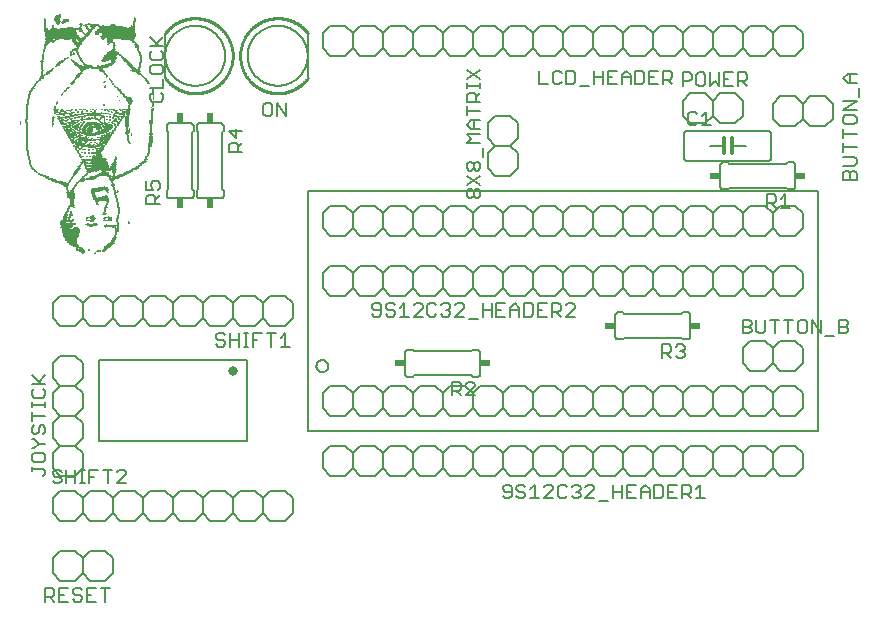
<source format=gto>
G75*
%MOIN*%
%OFA0B0*%
%FSLAX25Y25*%
%IPPOS*%
%LPD*%
%AMOC8*
5,1,8,0,0,1.08239X$1,22.5*
%
%ADD10R,0.00984X0.00197*%
%ADD11R,0.01575X0.00197*%
%ADD12R,0.01378X0.00197*%
%ADD13R,0.01772X0.00197*%
%ADD14R,0.00197X0.00197*%
%ADD15R,0.01969X0.00197*%
%ADD16R,0.02165X0.00197*%
%ADD17R,0.00394X0.00197*%
%ADD18R,0.00591X0.00197*%
%ADD19R,0.00787X0.00197*%
%ADD20R,0.01181X0.00197*%
%ADD21R,0.04724X0.00197*%
%ADD22R,0.03543X0.00197*%
%ADD23R,0.03346X0.00197*%
%ADD24R,0.06102X0.00197*%
%ADD25R,0.06299X0.00197*%
%ADD26R,0.09449X0.00197*%
%ADD27R,0.12205X0.00197*%
%ADD28R,0.07087X0.00197*%
%ADD29R,0.12402X0.00197*%
%ADD30R,0.10630X0.00197*%
%ADD31R,0.12598X0.00197*%
%ADD32R,0.08858X0.00197*%
%ADD33R,0.12795X0.00197*%
%ADD34R,0.10433X0.00197*%
%ADD35R,0.12992X0.00197*%
%ADD36R,0.13189X0.00197*%
%ADD37R,0.13386X0.00197*%
%ADD38R,0.11417X0.00197*%
%ADD39R,0.11220X0.00197*%
%ADD40R,0.10827X0.00197*%
%ADD41R,0.11614X0.00197*%
%ADD42R,0.11024X0.00197*%
%ADD43R,0.11811X0.00197*%
%ADD44R,0.09646X0.00197*%
%ADD45R,0.09055X0.00197*%
%ADD46R,0.02362X0.00197*%
%ADD47R,0.05315X0.00197*%
%ADD48R,0.02756X0.00197*%
%ADD49R,0.04331X0.00197*%
%ADD50R,0.02559X0.00197*%
%ADD51R,0.03150X0.00197*%
%ADD52R,0.02953X0.00197*%
%ADD53R,0.03740X0.00197*%
%ADD54R,0.04134X0.00197*%
%ADD55R,0.04528X0.00197*%
%ADD56R,0.04921X0.00197*%
%ADD57R,0.05512X0.00197*%
%ADD58R,0.09843X0.00197*%
%ADD59R,0.08465X0.00197*%
%ADD60R,0.03937X0.00197*%
%ADD61R,0.06890X0.00197*%
%ADD62R,0.05709X0.00197*%
%ADD63R,0.05118X0.00197*%
%ADD64R,0.08071X0.00197*%
%ADD65R,0.07874X0.00197*%
%ADD66R,0.07677X0.00197*%
%ADD67R,0.09252X0.00197*%
%ADD68R,0.05906X0.00197*%
%ADD69C,0.00600*%
%ADD70C,0.00500*%
%ADD71C,0.01200*%
%ADD72R,0.03400X0.02400*%
%ADD73C,0.00800*%
%ADD74C,0.03201*%
%ADD75C,0.01000*%
%ADD76R,0.02400X0.03400*%
D10*
X0032312Y0130600D03*
X0034477Y0130994D03*
X0037430Y0134734D03*
X0037627Y0135128D03*
X0037627Y0135324D03*
X0037627Y0135521D03*
X0037824Y0135718D03*
X0037824Y0135915D03*
X0038020Y0136112D03*
X0038020Y0136309D03*
X0038020Y0136506D03*
X0038217Y0136899D03*
X0038414Y0138080D03*
X0038414Y0138277D03*
X0038414Y0138474D03*
X0038414Y0139065D03*
X0038217Y0140246D03*
X0038217Y0140443D03*
X0038217Y0140639D03*
X0038217Y0140836D03*
X0038611Y0145954D03*
X0038020Y0148120D03*
X0038020Y0148317D03*
X0037824Y0148907D03*
X0037233Y0151072D03*
X0037233Y0151269D03*
X0037036Y0151860D03*
X0037036Y0152057D03*
X0036839Y0152647D03*
X0036446Y0153435D03*
X0036446Y0153631D03*
X0035855Y0154813D03*
X0037233Y0155206D03*
X0037233Y0155403D03*
X0037233Y0155600D03*
X0037233Y0155797D03*
X0037233Y0155994D03*
X0037233Y0156191D03*
X0037233Y0156387D03*
X0037627Y0160128D03*
X0037627Y0160324D03*
X0033690Y0165443D03*
X0034280Y0167214D03*
X0034280Y0168395D03*
X0033099Y0168395D03*
X0033099Y0168592D03*
X0032902Y0168198D03*
X0032115Y0170561D03*
X0032115Y0170757D03*
X0035658Y0169576D03*
X0035658Y0168395D03*
X0037036Y0170364D03*
X0037430Y0170561D03*
X0037430Y0170757D03*
X0037430Y0170954D03*
X0038808Y0173317D03*
X0039398Y0174104D03*
X0041761Y0175482D03*
X0042351Y0177844D03*
X0042351Y0178041D03*
X0042351Y0178238D03*
X0042351Y0178435D03*
X0042351Y0178631D03*
X0042351Y0178828D03*
X0039792Y0177057D03*
X0039595Y0177254D03*
X0038020Y0177057D03*
X0035855Y0175876D03*
X0035461Y0176860D03*
X0031524Y0176072D03*
X0026406Y0174498D03*
X0026406Y0173907D03*
X0025225Y0173513D03*
X0025422Y0172726D03*
X0024241Y0172923D03*
X0024635Y0170954D03*
X0024831Y0170757D03*
X0025225Y0170561D03*
X0025422Y0170364D03*
X0025816Y0170167D03*
X0024438Y0168986D03*
X0023847Y0167805D03*
X0025816Y0164458D03*
X0025225Y0163671D03*
X0026406Y0163277D03*
X0026406Y0163080D03*
X0027194Y0160324D03*
X0027587Y0159340D03*
X0026406Y0159340D03*
X0026209Y0159143D03*
X0026013Y0158946D03*
X0026013Y0158750D03*
X0025816Y0158553D03*
X0025619Y0158159D03*
X0025422Y0157765D03*
X0025225Y0157569D03*
X0024831Y0156978D03*
X0024241Y0155994D03*
X0023847Y0155600D03*
X0022469Y0153435D03*
X0022272Y0153238D03*
X0023454Y0150876D03*
X0023454Y0150679D03*
X0021879Y0149891D03*
X0022272Y0144970D03*
X0022863Y0143198D03*
X0022863Y0143002D03*
X0022863Y0142805D03*
X0022666Y0142017D03*
X0021288Y0142608D03*
X0023454Y0140639D03*
X0031721Y0146151D03*
X0031721Y0146348D03*
X0031721Y0146545D03*
X0031721Y0146742D03*
X0030540Y0148907D03*
X0030343Y0149301D03*
X0034674Y0148710D03*
X0035068Y0150088D03*
X0035068Y0150285D03*
X0035068Y0146939D03*
X0035068Y0146151D03*
X0034871Y0145757D03*
X0034674Y0145561D03*
X0034674Y0145364D03*
X0034674Y0145167D03*
X0034477Y0144773D03*
X0027784Y0155600D03*
X0027981Y0155797D03*
X0028178Y0155994D03*
X0028375Y0156191D03*
X0028769Y0156387D03*
X0030146Y0165639D03*
X0027784Y0166624D03*
X0021682Y0171151D03*
X0021879Y0172135D03*
X0022076Y0173120D03*
X0021879Y0173317D03*
X0021288Y0175285D03*
X0021091Y0176466D03*
X0021682Y0177057D03*
X0023650Y0176663D03*
X0023257Y0186112D03*
X0023650Y0186702D03*
X0023847Y0186899D03*
X0024044Y0187096D03*
X0024044Y0187293D03*
X0024241Y0187490D03*
X0026209Y0189852D03*
X0026406Y0190049D03*
X0027391Y0192608D03*
X0020501Y0193986D03*
X0016367Y0190639D03*
X0014792Y0189261D03*
X0013217Y0189261D03*
X0013217Y0189065D03*
X0013217Y0189458D03*
X0013217Y0189655D03*
X0013217Y0190246D03*
X0013414Y0190443D03*
X0013414Y0190639D03*
X0013217Y0190836D03*
X0013217Y0191033D03*
X0013217Y0191230D03*
X0013217Y0191427D03*
X0013217Y0191624D03*
X0013217Y0191820D03*
X0012627Y0187490D03*
X0012430Y0187293D03*
X0010461Y0185128D03*
X0010265Y0184931D03*
X0010265Y0184734D03*
X0010068Y0184340D03*
X0008887Y0181781D03*
X0008493Y0179222D03*
X0008099Y0169576D03*
X0008099Y0169380D03*
X0008099Y0169183D03*
X0008099Y0168986D03*
X0008099Y0168789D03*
X0008099Y0168592D03*
X0008099Y0168395D03*
X0008099Y0168198D03*
X0008099Y0168002D03*
X0008099Y0167805D03*
X0008099Y0167608D03*
X0008887Y0161309D03*
X0008887Y0161112D03*
X0008887Y0160915D03*
X0009083Y0160521D03*
X0009083Y0160324D03*
X0009083Y0160128D03*
X0009280Y0159931D03*
X0009280Y0159734D03*
X0009280Y0159537D03*
X0009280Y0159340D03*
X0009477Y0158946D03*
X0009674Y0158553D03*
X0009674Y0158356D03*
X0009871Y0158159D03*
X0010068Y0157962D03*
X0011446Y0156584D03*
X0011643Y0156387D03*
X0012233Y0156191D03*
X0041564Y0169380D03*
X0041564Y0170757D03*
X0041564Y0170954D03*
X0041564Y0171151D03*
X0041564Y0171348D03*
X0041564Y0171545D03*
X0049438Y0169773D03*
X0049438Y0169576D03*
X0049438Y0168986D03*
X0049438Y0168789D03*
X0049438Y0168592D03*
X0049635Y0171151D03*
X0049635Y0171348D03*
X0049635Y0171545D03*
X0049635Y0171742D03*
X0049635Y0171939D03*
X0049635Y0172135D03*
X0049635Y0172332D03*
X0049635Y0172529D03*
X0049635Y0172726D03*
X0049831Y0173907D03*
X0049831Y0174104D03*
X0049831Y0174301D03*
X0049831Y0174498D03*
X0049241Y0166033D03*
X0049044Y0164852D03*
X0049044Y0164655D03*
X0048847Y0163474D03*
X0048847Y0163277D03*
X0048650Y0162687D03*
X0048454Y0162293D03*
X0048454Y0162096D03*
X0048257Y0161899D03*
X0048060Y0161702D03*
X0048060Y0161506D03*
X0047863Y0161112D03*
X0047863Y0160915D03*
X0047666Y0160521D03*
X0046288Y0159143D03*
X0040580Y0182175D03*
X0040580Y0182372D03*
X0040383Y0182569D03*
X0039595Y0183159D03*
X0039398Y0183553D03*
X0039202Y0183750D03*
X0039005Y0183946D03*
X0038611Y0184340D03*
X0038414Y0184537D03*
X0038217Y0184734D03*
X0038020Y0184931D03*
X0046682Y0188671D03*
X0046682Y0188868D03*
X0046879Y0188474D03*
X0047076Y0188277D03*
X0047272Y0188080D03*
X0045894Y0191820D03*
X0045894Y0192017D03*
X0045894Y0192214D03*
X0045894Y0192411D03*
X0045894Y0195757D03*
X0045894Y0195954D03*
X0045304Y0197529D03*
X0045304Y0197726D03*
X0045107Y0197923D03*
X0045107Y0198120D03*
X0044517Y0199301D03*
X0044517Y0199498D03*
X0044320Y0199694D03*
X0043926Y0200088D03*
X0043729Y0200285D03*
X0039398Y0195561D03*
X0040186Y0194773D03*
X0040383Y0194576D03*
X0037233Y0197726D03*
X0037233Y0197923D03*
X0035461Y0199498D03*
X0033493Y0201072D03*
X0029950Y0204419D03*
X0029753Y0204222D03*
X0028965Y0203041D03*
X0027587Y0201663D03*
X0026800Y0203238D03*
X0026603Y0203435D03*
X0026013Y0204616D03*
X0026013Y0204813D03*
X0026209Y0205797D03*
X0028965Y0206191D03*
X0026013Y0199694D03*
X0025225Y0198317D03*
X0025225Y0198120D03*
X0018532Y0205994D03*
X0019123Y0209143D03*
X0014398Y0205600D03*
X0014398Y0205403D03*
X0014398Y0205206D03*
X0014398Y0205009D03*
X0014398Y0204813D03*
X0014595Y0198907D03*
X0014398Y0198710D03*
X0014398Y0198513D03*
X0050225Y0184143D03*
D11*
X0045993Y0189065D03*
X0045402Y0189852D03*
X0043828Y0191033D03*
X0043631Y0191230D03*
X0041465Y0193395D03*
X0036938Y0193986D03*
X0035757Y0200876D03*
X0031820Y0203041D03*
X0030245Y0205009D03*
X0028080Y0202450D03*
X0026111Y0203828D03*
X0025914Y0204025D03*
X0020599Y0206584D03*
X0020993Y0207569D03*
X0018828Y0208946D03*
X0015087Y0200088D03*
X0015087Y0199891D03*
X0019418Y0193198D03*
X0019221Y0193002D03*
X0015284Y0189655D03*
X0013513Y0188868D03*
X0025127Y0198907D03*
X0036938Y0205600D03*
X0043434Y0205009D03*
X0043237Y0200482D03*
X0041859Y0177254D03*
X0041859Y0177057D03*
X0038119Y0176466D03*
X0033394Y0174891D03*
X0031229Y0172332D03*
X0027883Y0172135D03*
X0026898Y0174104D03*
X0025914Y0175088D03*
X0025324Y0174891D03*
X0024733Y0172135D03*
X0021977Y0169970D03*
X0022961Y0168395D03*
X0024733Y0165049D03*
X0026898Y0165246D03*
X0032213Y0162687D03*
X0033001Y0166033D03*
X0034772Y0168002D03*
X0041859Y0170167D03*
X0041859Y0170364D03*
X0041859Y0170561D03*
X0037331Y0159537D03*
X0037331Y0159340D03*
X0037135Y0158946D03*
X0037135Y0158750D03*
X0042843Y0157175D03*
X0044812Y0158159D03*
X0045206Y0158356D03*
X0045402Y0158553D03*
X0034772Y0150482D03*
X0030048Y0141820D03*
X0030442Y0141230D03*
X0029654Y0140443D03*
X0030835Y0139458D03*
X0029654Y0138474D03*
X0024733Y0138080D03*
X0020796Y0140836D03*
X0020796Y0141033D03*
X0020796Y0141230D03*
X0020796Y0141427D03*
X0023355Y0145757D03*
X0023355Y0147529D03*
X0021190Y0151860D03*
X0014891Y0154813D03*
X0014103Y0155206D03*
X0035757Y0140639D03*
X0036741Y0133356D03*
X0036544Y0133159D03*
X0026898Y0129813D03*
X0026308Y0130994D03*
X0018040Y0176663D03*
X0017843Y0177254D03*
D12*
X0019713Y0176269D03*
X0023454Y0176466D03*
X0024831Y0172332D03*
X0024438Y0171151D03*
X0027194Y0170561D03*
X0027391Y0170757D03*
X0027391Y0170954D03*
X0027391Y0171151D03*
X0027587Y0171545D03*
X0027587Y0171742D03*
X0027784Y0171939D03*
X0031918Y0171151D03*
X0034477Y0170364D03*
X0035265Y0169380D03*
X0035068Y0168789D03*
X0036643Y0169970D03*
X0034674Y0172726D03*
X0037627Y0173710D03*
X0037430Y0175482D03*
X0039398Y0174301D03*
X0041564Y0173710D03*
X0041564Y0172726D03*
X0041564Y0172529D03*
X0041564Y0172332D03*
X0041564Y0172135D03*
X0041564Y0171939D03*
X0041761Y0169970D03*
X0049438Y0166820D03*
X0049438Y0166624D03*
X0049438Y0166427D03*
X0046682Y0159537D03*
X0043532Y0157372D03*
X0037430Y0159734D03*
X0032312Y0163277D03*
X0033296Y0164852D03*
X0030737Y0164852D03*
X0029359Y0165246D03*
X0029162Y0164852D03*
X0028769Y0165836D03*
X0026013Y0166820D03*
X0026013Y0167017D03*
X0024831Y0166230D03*
X0024831Y0164852D03*
X0026997Y0160915D03*
X0028375Y0157962D03*
X0031524Y0155206D03*
X0026997Y0154222D03*
X0023257Y0150285D03*
X0023257Y0149891D03*
X0022863Y0142608D03*
X0022863Y0142411D03*
X0021091Y0142017D03*
X0020894Y0141820D03*
X0020894Y0141624D03*
X0022863Y0139655D03*
X0030343Y0140836D03*
X0030343Y0141427D03*
X0035461Y0141624D03*
X0035855Y0141230D03*
X0035855Y0141033D03*
X0035855Y0140836D03*
X0038217Y0138868D03*
X0038217Y0137883D03*
X0038217Y0137490D03*
X0038217Y0137293D03*
X0037036Y0133946D03*
X0037036Y0133750D03*
X0036839Y0133553D03*
X0034674Y0131191D03*
X0032115Y0130403D03*
X0032115Y0130206D03*
X0025028Y0131781D03*
X0036643Y0154025D03*
X0033099Y0167805D03*
X0030540Y0176466D03*
X0021879Y0172332D03*
X0020894Y0171742D03*
X0021682Y0170364D03*
X0013808Y0155403D03*
X0013217Y0155600D03*
X0013020Y0155797D03*
X0041957Y0176269D03*
X0042548Y0180009D03*
X0045894Y0189261D03*
X0045698Y0189458D03*
X0043532Y0191427D03*
X0043335Y0191624D03*
X0042745Y0192017D03*
X0042154Y0192805D03*
X0041957Y0193002D03*
X0041761Y0193198D03*
X0041367Y0193592D03*
X0041170Y0193789D03*
X0040973Y0193986D03*
X0040776Y0194183D03*
X0037036Y0193789D03*
X0037036Y0193395D03*
X0037036Y0197135D03*
X0037036Y0197332D03*
X0033493Y0201269D03*
X0031721Y0202844D03*
X0029359Y0203631D03*
X0029359Y0203828D03*
X0030146Y0204813D03*
X0028178Y0202254D03*
X0027981Y0201860D03*
X0026209Y0200285D03*
X0025225Y0198710D03*
X0024635Y0197726D03*
X0023847Y0197332D03*
X0024241Y0199891D03*
X0019910Y0193592D03*
X0019713Y0193395D03*
X0018729Y0192608D03*
X0015580Y0190049D03*
X0015383Y0189852D03*
X0013414Y0188671D03*
X0024635Y0192608D03*
X0024831Y0192411D03*
X0027981Y0192214D03*
X0033099Y0190443D03*
X0014989Y0199694D03*
X0014595Y0204025D03*
X0018532Y0206584D03*
X0018532Y0206781D03*
X0018729Y0208750D03*
X0043532Y0205206D03*
D13*
X0039398Y0205009D03*
X0036839Y0205403D03*
X0029359Y0204025D03*
X0026209Y0200482D03*
X0024438Y0199694D03*
X0024241Y0197529D03*
X0021682Y0200876D03*
X0022666Y0204813D03*
X0018532Y0206978D03*
X0018532Y0208356D03*
X0018532Y0208553D03*
X0036839Y0196939D03*
X0045107Y0190049D03*
X0041564Y0181584D03*
X0041761Y0181387D03*
X0042548Y0180206D03*
X0041761Y0177450D03*
X0036052Y0171742D03*
X0034674Y0170757D03*
X0034674Y0170561D03*
X0034083Y0166427D03*
X0031918Y0164458D03*
X0032115Y0163671D03*
X0032115Y0163474D03*
X0032312Y0162490D03*
X0032312Y0162293D03*
X0037233Y0159143D03*
X0037036Y0158553D03*
X0033887Y0156584D03*
X0036643Y0154222D03*
X0041170Y0156191D03*
X0041761Y0156584D03*
X0042548Y0156978D03*
X0043926Y0157569D03*
X0044320Y0157765D03*
X0044517Y0157962D03*
X0026800Y0154025D03*
X0026603Y0153828D03*
X0021091Y0152057D03*
X0023257Y0147726D03*
X0023257Y0145561D03*
X0022666Y0140049D03*
X0020698Y0140639D03*
X0024635Y0137883D03*
X0030343Y0141033D03*
X0036446Y0132962D03*
X0036249Y0132765D03*
X0036052Y0132569D03*
X0035855Y0132372D03*
X0034871Y0131387D03*
X0025422Y0131584D03*
X0024635Y0131978D03*
X0015973Y0154419D03*
X0014595Y0155009D03*
X0026603Y0166033D03*
X0025422Y0166427D03*
X0023060Y0168198D03*
X0022863Y0168592D03*
X0022666Y0168986D03*
X0021879Y0170167D03*
X0024438Y0171348D03*
X0024438Y0171939D03*
X0029162Y0170757D03*
X0026800Y0175285D03*
X0019320Y0174498D03*
X0017942Y0177450D03*
X0026800Y0190836D03*
D14*
X0023257Y0194183D03*
X0022863Y0195364D03*
X0023650Y0195757D03*
X0023847Y0196348D03*
X0023060Y0196742D03*
X0025422Y0195561D03*
X0017942Y0200679D03*
X0016761Y0199694D03*
X0013808Y0196545D03*
X0013808Y0196348D03*
X0013808Y0196151D03*
X0013808Y0195954D03*
X0024635Y0204616D03*
X0014202Y0207765D03*
X0014202Y0207962D03*
X0035068Y0188277D03*
X0035855Y0187687D03*
X0036643Y0186506D03*
X0037036Y0186112D03*
X0037036Y0185915D03*
X0037233Y0185718D03*
X0037430Y0185521D03*
X0034477Y0185521D03*
X0038414Y0181978D03*
X0039202Y0180600D03*
X0036643Y0176860D03*
X0034083Y0177057D03*
X0033099Y0176663D03*
X0031524Y0177450D03*
X0030540Y0177647D03*
X0030343Y0177450D03*
X0029556Y0177647D03*
X0027391Y0177450D03*
X0026800Y0177057D03*
X0027587Y0174891D03*
X0030934Y0174891D03*
X0031131Y0174694D03*
X0032706Y0174104D03*
X0032706Y0173907D03*
X0032706Y0173710D03*
X0034083Y0173710D03*
X0034083Y0173513D03*
X0034083Y0173317D03*
X0034083Y0173907D03*
X0034083Y0174104D03*
X0034083Y0174301D03*
X0034083Y0174498D03*
X0036643Y0173317D03*
X0035461Y0170364D03*
X0034083Y0169183D03*
X0035461Y0167214D03*
X0034083Y0165246D03*
X0033099Y0165049D03*
X0029162Y0166033D03*
X0028965Y0168002D03*
X0025225Y0168198D03*
X0026406Y0164655D03*
X0024635Y0164065D03*
X0027784Y0163277D03*
X0027981Y0162687D03*
X0026997Y0161702D03*
X0035265Y0156584D03*
X0034083Y0151860D03*
X0035265Y0149694D03*
X0038414Y0150482D03*
X0038808Y0144576D03*
X0038808Y0142608D03*
X0038808Y0142411D03*
X0035461Y0141820D03*
X0034083Y0140836D03*
X0034871Y0139065D03*
X0034674Y0138277D03*
X0028375Y0140836D03*
X0028375Y0141033D03*
X0031131Y0129813D03*
X0042154Y0140049D03*
X0038020Y0161702D03*
X0042154Y0167017D03*
X0043139Y0168986D03*
X0043139Y0169183D03*
X0043139Y0169380D03*
X0043139Y0169576D03*
X0042548Y0170757D03*
X0042548Y0170954D03*
X0042548Y0171151D03*
X0050028Y0178041D03*
X0050028Y0178238D03*
X0050422Y0180009D03*
X0050422Y0180206D03*
X0050422Y0180994D03*
X0050422Y0181191D03*
X0050422Y0181387D03*
X0050422Y0181584D03*
X0050422Y0181781D03*
X0050422Y0181978D03*
X0050422Y0182175D03*
X0050422Y0182372D03*
X0050028Y0184734D03*
X0048650Y0186112D03*
X0026013Y0171545D03*
X0022863Y0171939D03*
X0020698Y0171348D03*
X0016761Y0171939D03*
X0016761Y0172135D03*
X0016761Y0172332D03*
X0016761Y0173120D03*
X0016761Y0173317D03*
X0017154Y0175088D03*
X0017154Y0175285D03*
X0017745Y0176072D03*
X0018729Y0176860D03*
X0017745Y0178631D03*
X0018139Y0179025D03*
X0018139Y0179222D03*
X0018139Y0179419D03*
X0018532Y0180009D03*
X0018532Y0180206D03*
X0019910Y0182175D03*
X0020304Y0182569D03*
X0020304Y0182765D03*
X0020304Y0182962D03*
X0020698Y0183159D03*
X0021485Y0184143D03*
X0023060Y0176860D03*
X0006328Y0173513D03*
X0006328Y0173317D03*
X0006328Y0173120D03*
X0006328Y0172923D03*
X0006328Y0172726D03*
X0006328Y0172529D03*
X0043139Y0205403D03*
X0044320Y0207962D03*
X0044320Y0208159D03*
D15*
X0043237Y0204813D03*
X0042843Y0200679D03*
X0035954Y0200679D03*
X0035954Y0200482D03*
X0035954Y0200285D03*
X0030245Y0205206D03*
X0028867Y0205994D03*
X0028080Y0202647D03*
X0025127Y0199104D03*
X0025324Y0192214D03*
X0034182Y0193789D03*
X0042450Y0180403D03*
X0041859Y0177647D03*
X0036544Y0177450D03*
X0037725Y0173513D03*
X0035954Y0171939D03*
X0035560Y0168986D03*
X0035166Y0168592D03*
X0034969Y0167805D03*
X0032607Y0165836D03*
X0032213Y0165639D03*
X0032213Y0162096D03*
X0036938Y0158356D03*
X0036938Y0158159D03*
X0040678Y0155994D03*
X0041465Y0156387D03*
X0042253Y0156781D03*
X0029261Y0156781D03*
X0026308Y0153631D03*
X0023158Y0147923D03*
X0023158Y0145364D03*
X0022961Y0145167D03*
X0020402Y0140049D03*
X0020206Y0139852D03*
X0020206Y0139655D03*
X0023946Y0133356D03*
X0026702Y0130009D03*
X0034969Y0131584D03*
X0035560Y0132175D03*
X0030639Y0139261D03*
X0015678Y0154616D03*
X0027883Y0167017D03*
X0029064Y0169970D03*
X0029064Y0170561D03*
X0029261Y0170954D03*
X0029261Y0171151D03*
X0029457Y0171348D03*
X0031820Y0174301D03*
X0026111Y0175876D03*
X0022961Y0175285D03*
X0019418Y0174694D03*
X0020993Y0171939D03*
X0022568Y0169183D03*
X0024339Y0171545D03*
X0024339Y0171742D03*
X0020993Y0206781D03*
X0021190Y0207372D03*
X0018434Y0208159D03*
D16*
X0018335Y0207962D03*
X0018335Y0207765D03*
X0018335Y0207569D03*
X0018335Y0207372D03*
X0018335Y0207175D03*
X0021091Y0206978D03*
X0021288Y0207175D03*
X0017351Y0204419D03*
X0026209Y0200679D03*
X0025619Y0192017D03*
X0036052Y0192608D03*
X0036249Y0192805D03*
X0038611Y0195757D03*
X0036052Y0200088D03*
X0042154Y0181191D03*
X0042351Y0180994D03*
X0042351Y0180797D03*
X0042351Y0180600D03*
X0035855Y0172135D03*
X0033887Y0172923D03*
X0029950Y0171742D03*
X0029162Y0170364D03*
X0029162Y0170167D03*
X0024044Y0166820D03*
X0020698Y0172529D03*
X0020501Y0172726D03*
X0020894Y0173907D03*
X0021879Y0175088D03*
X0023847Y0173120D03*
X0024831Y0173710D03*
X0025028Y0175679D03*
X0035658Y0169183D03*
X0034083Y0166624D03*
X0033887Y0166230D03*
X0032902Y0164655D03*
X0032509Y0163868D03*
X0031918Y0165443D03*
X0031524Y0165246D03*
X0039202Y0155206D03*
X0039989Y0155600D03*
X0036643Y0154419D03*
X0033690Y0151663D03*
X0034280Y0148513D03*
X0023060Y0148120D03*
X0021091Y0152254D03*
X0017154Y0153828D03*
X0016957Y0154025D03*
X0024438Y0137687D03*
X0025619Y0131387D03*
X0026406Y0130206D03*
X0035068Y0131781D03*
X0035265Y0131978D03*
D17*
X0031032Y0129616D03*
X0024143Y0138277D03*
X0028473Y0139458D03*
X0028276Y0141230D03*
X0033985Y0141033D03*
X0033985Y0140639D03*
X0034379Y0142608D03*
X0033788Y0142805D03*
X0038709Y0142214D03*
X0038709Y0142017D03*
X0038906Y0142805D03*
X0038906Y0143002D03*
X0038906Y0144183D03*
X0038906Y0144380D03*
X0038709Y0144773D03*
X0038316Y0149891D03*
X0042253Y0139852D03*
X0042253Y0139655D03*
X0023749Y0144970D03*
X0022961Y0143592D03*
X0021977Y0144380D03*
X0026702Y0153435D03*
X0027489Y0155403D03*
X0026111Y0161506D03*
X0026111Y0161702D03*
X0025914Y0161899D03*
X0025914Y0162096D03*
X0025520Y0162883D03*
X0025324Y0163080D03*
X0024930Y0163868D03*
X0024536Y0164261D03*
X0024536Y0164458D03*
X0025520Y0164655D03*
X0026702Y0164852D03*
X0028867Y0163868D03*
X0028080Y0161899D03*
X0028080Y0161702D03*
X0031426Y0164261D03*
X0031623Y0164065D03*
X0031426Y0166033D03*
X0031623Y0166230D03*
X0030835Y0166624D03*
X0030442Y0165836D03*
X0029457Y0166624D03*
X0028080Y0168789D03*
X0026505Y0168789D03*
X0025717Y0168592D03*
X0025520Y0168789D03*
X0024536Y0168198D03*
X0024733Y0167214D03*
X0023552Y0166230D03*
X0023552Y0166033D03*
X0023946Y0165443D03*
X0024930Y0169773D03*
X0023552Y0169970D03*
X0023355Y0170167D03*
X0022961Y0171151D03*
X0022371Y0171742D03*
X0022961Y0172135D03*
X0022174Y0172923D03*
X0021780Y0171348D03*
X0020599Y0171151D03*
X0019615Y0172923D03*
X0018828Y0174104D03*
X0018828Y0174301D03*
X0020009Y0174301D03*
X0021387Y0174498D03*
X0022961Y0177057D03*
X0024536Y0177254D03*
X0024536Y0177647D03*
X0026505Y0176663D03*
X0027489Y0177647D03*
X0028080Y0177057D03*
X0028080Y0176860D03*
X0029457Y0176860D03*
X0030835Y0176860D03*
X0030835Y0177057D03*
X0030835Y0175088D03*
X0029851Y0174891D03*
X0029064Y0174694D03*
X0028867Y0174891D03*
X0027292Y0173513D03*
X0027095Y0173120D03*
X0026898Y0172923D03*
X0026702Y0172529D03*
X0026505Y0172332D03*
X0026308Y0172135D03*
X0026111Y0171939D03*
X0026111Y0171742D03*
X0025914Y0171348D03*
X0025914Y0171151D03*
X0026111Y0173120D03*
X0026111Y0174301D03*
X0026702Y0174694D03*
X0032213Y0173710D03*
X0032804Y0173317D03*
X0033394Y0172529D03*
X0033591Y0172332D03*
X0033591Y0172135D03*
X0033788Y0171742D03*
X0033788Y0171545D03*
X0034576Y0171742D03*
X0034576Y0171939D03*
X0035560Y0173120D03*
X0035954Y0174104D03*
X0035954Y0174694D03*
X0035757Y0175088D03*
X0034772Y0175088D03*
X0034772Y0175285D03*
X0033985Y0174694D03*
X0033001Y0174498D03*
X0032607Y0172332D03*
X0033001Y0171151D03*
X0034772Y0169576D03*
X0036741Y0169576D03*
X0035363Y0167411D03*
X0032607Y0166624D03*
X0032017Y0168002D03*
X0032017Y0168198D03*
X0033591Y0164458D03*
X0033985Y0161309D03*
X0037922Y0161309D03*
X0037922Y0161506D03*
X0037922Y0161112D03*
X0042646Y0166033D03*
X0042450Y0166230D03*
X0042253Y0166820D03*
X0041859Y0167214D03*
X0041859Y0167411D03*
X0042056Y0168592D03*
X0042056Y0168789D03*
X0042056Y0168986D03*
X0038513Y0172332D03*
X0038709Y0172726D03*
X0039300Y0173513D03*
X0039497Y0173710D03*
X0039497Y0173907D03*
X0039891Y0174498D03*
X0040087Y0174694D03*
X0040678Y0175679D03*
X0039300Y0175679D03*
X0039103Y0175876D03*
X0038709Y0174694D03*
X0037725Y0174104D03*
X0036938Y0174694D03*
X0036741Y0174498D03*
X0037528Y0172332D03*
X0037725Y0172135D03*
X0037331Y0177254D03*
X0039103Y0177647D03*
X0039300Y0177450D03*
X0040481Y0177450D03*
X0035363Y0177057D03*
X0034379Y0177450D03*
X0033985Y0178828D03*
X0033985Y0179025D03*
X0034379Y0185128D03*
X0034379Y0185324D03*
X0033985Y0186506D03*
X0034182Y0186702D03*
X0034969Y0188474D03*
X0036150Y0187293D03*
X0036544Y0186702D03*
X0036741Y0186309D03*
X0037528Y0185324D03*
X0048552Y0186506D03*
X0048749Y0186309D03*
X0050324Y0183356D03*
X0050324Y0183159D03*
X0050324Y0182962D03*
X0050324Y0182765D03*
X0050324Y0182569D03*
X0050324Y0179813D03*
X0050324Y0179616D03*
X0050324Y0179419D03*
X0050324Y0179222D03*
X0050324Y0179025D03*
X0050127Y0178828D03*
X0050127Y0178631D03*
X0050127Y0178435D03*
X0050127Y0177844D03*
X0050127Y0177254D03*
X0049930Y0175876D03*
X0049930Y0175679D03*
X0026308Y0193986D03*
X0025520Y0195364D03*
X0025324Y0195757D03*
X0025127Y0196151D03*
X0025127Y0196348D03*
X0024930Y0196545D03*
X0024930Y0196742D03*
X0024930Y0196939D03*
X0024930Y0197135D03*
X0024930Y0197332D03*
X0023749Y0195954D03*
X0022765Y0195757D03*
X0022765Y0195561D03*
X0023158Y0196939D03*
X0023355Y0193986D03*
X0016859Y0191033D03*
X0014300Y0189065D03*
X0013906Y0196742D03*
X0013906Y0196939D03*
X0013906Y0197135D03*
X0016859Y0204813D03*
X0016859Y0205009D03*
X0016859Y0205206D03*
X0016859Y0205403D03*
X0014300Y0207372D03*
X0014300Y0207569D03*
X0026308Y0206191D03*
X0028473Y0204419D03*
X0031623Y0202450D03*
X0033591Y0205403D03*
X0040875Y0200679D03*
X0044024Y0205403D03*
X0044024Y0205600D03*
X0044024Y0205797D03*
X0044024Y0205994D03*
X0044024Y0206191D03*
X0044024Y0206387D03*
X0044024Y0206584D03*
X0044024Y0206781D03*
X0044221Y0207372D03*
X0044221Y0207569D03*
X0044221Y0207765D03*
X0023158Y0185718D03*
X0021977Y0184734D03*
X0021780Y0184537D03*
X0021583Y0184340D03*
X0021190Y0183946D03*
X0020796Y0183356D03*
X0019812Y0182372D03*
X0018237Y0179616D03*
X0017646Y0178435D03*
X0017646Y0178238D03*
X0017646Y0177844D03*
X0018631Y0176466D03*
X0019812Y0177450D03*
X0016859Y0174104D03*
X0016859Y0173907D03*
X0016859Y0173710D03*
X0016859Y0173513D03*
X0016859Y0172923D03*
X0016859Y0172726D03*
X0016859Y0172529D03*
X0008198Y0172529D03*
X0008198Y0172332D03*
X0008198Y0166033D03*
X0008198Y0165836D03*
X0008198Y0165639D03*
X0008198Y0165443D03*
X0008198Y0165246D03*
X0008198Y0165049D03*
X0008198Y0164852D03*
X0008198Y0164655D03*
X0010757Y0157175D03*
D18*
X0010461Y0157372D03*
X0010265Y0157569D03*
X0008493Y0163277D03*
X0008493Y0163474D03*
X0008493Y0163671D03*
X0008296Y0164261D03*
X0008296Y0164458D03*
X0008099Y0170167D03*
X0008099Y0170364D03*
X0008099Y0170561D03*
X0008099Y0170757D03*
X0008099Y0170954D03*
X0008099Y0171151D03*
X0008099Y0171348D03*
X0008099Y0171545D03*
X0008099Y0171742D03*
X0008099Y0171939D03*
X0008099Y0172135D03*
X0008099Y0172726D03*
X0008099Y0172923D03*
X0008099Y0173120D03*
X0008099Y0174301D03*
X0008099Y0174498D03*
X0008099Y0174694D03*
X0008099Y0174891D03*
X0008099Y0175088D03*
X0008296Y0176269D03*
X0008296Y0176466D03*
X0008296Y0176663D03*
X0008296Y0176860D03*
X0008296Y0177057D03*
X0008690Y0180206D03*
X0008690Y0180403D03*
X0008690Y0180600D03*
X0008690Y0180797D03*
X0008690Y0180994D03*
X0009083Y0182569D03*
X0009477Y0183553D03*
X0011052Y0185915D03*
X0011249Y0186112D03*
X0011446Y0186506D03*
X0011643Y0186702D03*
X0013414Y0194183D03*
X0013611Y0194380D03*
X0013611Y0194576D03*
X0013611Y0194773D03*
X0013611Y0194970D03*
X0013611Y0195167D03*
X0013611Y0195364D03*
X0013611Y0195561D03*
X0013611Y0195757D03*
X0014005Y0197332D03*
X0014005Y0197529D03*
X0014202Y0197923D03*
X0014202Y0198120D03*
X0016957Y0199891D03*
X0022863Y0196348D03*
X0022863Y0196151D03*
X0022863Y0195954D03*
X0021879Y0194773D03*
X0021682Y0194576D03*
X0023454Y0193789D03*
X0025816Y0194773D03*
X0025816Y0194970D03*
X0025619Y0195167D03*
X0026013Y0194576D03*
X0026209Y0194183D03*
X0026406Y0193789D03*
X0026997Y0193002D03*
X0026603Y0190246D03*
X0024438Y0187687D03*
X0023257Y0185915D03*
X0022272Y0184931D03*
X0020894Y0183750D03*
X0020894Y0183553D03*
X0018335Y0179813D03*
X0017548Y0178041D03*
X0017942Y0177057D03*
X0017548Y0176269D03*
X0017154Y0174891D03*
X0016957Y0174301D03*
X0018729Y0175285D03*
X0019123Y0173907D03*
X0019517Y0173317D03*
X0019517Y0173120D03*
X0021879Y0174104D03*
X0021879Y0174301D03*
X0022272Y0174694D03*
X0022863Y0175679D03*
X0023060Y0177254D03*
X0020304Y0177057D03*
X0019713Y0177254D03*
X0019320Y0176663D03*
X0023257Y0173710D03*
X0024044Y0173513D03*
X0023650Y0172726D03*
X0023454Y0172529D03*
X0023257Y0172332D03*
X0022666Y0172726D03*
X0022469Y0172529D03*
X0022666Y0171348D03*
X0023060Y0170364D03*
X0023847Y0170561D03*
X0024044Y0170364D03*
X0024241Y0170167D03*
X0024635Y0169970D03*
X0025225Y0169576D03*
X0025619Y0169380D03*
X0026013Y0168395D03*
X0024831Y0168592D03*
X0022666Y0168002D03*
X0022666Y0167805D03*
X0023060Y0167017D03*
X0023454Y0166427D03*
X0024438Y0166033D03*
X0024044Y0165246D03*
X0024438Y0164655D03*
X0025225Y0165246D03*
X0025225Y0163277D03*
X0025619Y0162687D03*
X0026997Y0161899D03*
X0028965Y0163080D03*
X0028965Y0164065D03*
X0030146Y0164065D03*
X0030146Y0164261D03*
X0030540Y0162096D03*
X0029359Y0161899D03*
X0029359Y0161702D03*
X0027981Y0158159D03*
X0027194Y0155206D03*
X0026997Y0155009D03*
X0025619Y0153435D03*
X0025225Y0153238D03*
X0025028Y0153041D03*
X0024831Y0152844D03*
X0024635Y0152450D03*
X0024438Y0152254D03*
X0023847Y0151466D03*
X0021682Y0151466D03*
X0021682Y0151269D03*
X0021682Y0151072D03*
X0021682Y0150876D03*
X0021682Y0150679D03*
X0022666Y0153828D03*
X0022863Y0154025D03*
X0023060Y0154222D03*
X0023257Y0154616D03*
X0029556Y0154025D03*
X0036643Y0153041D03*
X0038414Y0150285D03*
X0038414Y0150088D03*
X0037627Y0149498D03*
X0038217Y0147332D03*
X0038414Y0146545D03*
X0038808Y0144970D03*
X0038808Y0143986D03*
X0039005Y0143198D03*
X0038611Y0141820D03*
X0038414Y0141624D03*
X0038414Y0141427D03*
X0038414Y0141230D03*
X0038217Y0141033D03*
X0038414Y0139852D03*
X0038414Y0139655D03*
X0038414Y0139458D03*
X0034083Y0141230D03*
X0033690Y0142608D03*
X0034477Y0142805D03*
X0034083Y0143395D03*
X0034083Y0143592D03*
X0034083Y0143789D03*
X0031721Y0145757D03*
X0028375Y0141427D03*
X0029950Y0140049D03*
X0023454Y0140836D03*
X0022863Y0139852D03*
X0022863Y0143395D03*
X0021879Y0143789D03*
X0021879Y0143986D03*
X0021879Y0144183D03*
X0022076Y0144576D03*
X0021682Y0143395D03*
X0021485Y0143198D03*
X0025028Y0131191D03*
X0025028Y0130994D03*
X0028965Y0130403D03*
X0030934Y0129419D03*
X0033493Y0130009D03*
X0037824Y0160915D03*
X0033493Y0164261D03*
X0032706Y0164261D03*
X0033296Y0165246D03*
X0033887Y0165049D03*
X0033887Y0165639D03*
X0034477Y0165836D03*
X0034477Y0166033D03*
X0029753Y0167805D03*
X0029359Y0167411D03*
X0027981Y0168592D03*
X0026209Y0170757D03*
X0026013Y0170954D03*
X0026800Y0172726D03*
X0027194Y0173317D03*
X0024241Y0174498D03*
X0031328Y0171939D03*
X0031721Y0171742D03*
X0031918Y0171545D03*
X0032115Y0171348D03*
X0032509Y0171742D03*
X0032706Y0171545D03*
X0032902Y0171348D03*
X0033099Y0170954D03*
X0033296Y0170561D03*
X0033887Y0171348D03*
X0033690Y0171939D03*
X0033493Y0172726D03*
X0033099Y0173120D03*
X0032706Y0173513D03*
X0032312Y0171939D03*
X0033887Y0168986D03*
X0036643Y0169380D03*
X0036839Y0169773D03*
X0037627Y0171151D03*
X0037824Y0171348D03*
X0038020Y0171742D03*
X0037430Y0172529D03*
X0036643Y0173120D03*
X0036052Y0173907D03*
X0035461Y0173317D03*
X0034871Y0174104D03*
X0034871Y0174301D03*
X0035855Y0174891D03*
X0036052Y0175679D03*
X0036446Y0176663D03*
X0036052Y0177647D03*
X0034871Y0177647D03*
X0034083Y0177254D03*
X0033099Y0177450D03*
X0033099Y0177647D03*
X0037233Y0175876D03*
X0037824Y0176860D03*
X0038217Y0177254D03*
X0040383Y0177647D03*
X0040383Y0176466D03*
X0040580Y0175482D03*
X0039989Y0174891D03*
X0038808Y0174498D03*
X0037824Y0174498D03*
X0037824Y0174301D03*
X0037824Y0173907D03*
X0038808Y0172923D03*
X0038611Y0172529D03*
X0041957Y0168395D03*
X0041957Y0167805D03*
X0041957Y0167608D03*
X0042351Y0166624D03*
X0042351Y0166427D03*
X0049831Y0175482D03*
X0050028Y0176072D03*
X0050028Y0176269D03*
X0050028Y0176466D03*
X0050028Y0176663D03*
X0050028Y0176860D03*
X0050028Y0177057D03*
X0050028Y0177450D03*
X0050225Y0183553D03*
X0050028Y0184537D03*
X0048454Y0186702D03*
X0048257Y0186899D03*
X0045698Y0191427D03*
X0046091Y0193198D03*
X0046091Y0193395D03*
X0046091Y0195364D03*
X0045698Y0196545D03*
X0045698Y0196742D03*
X0045501Y0196939D03*
X0039989Y0194970D03*
X0039792Y0195167D03*
X0039595Y0195364D03*
X0037430Y0198710D03*
X0037233Y0199498D03*
X0037036Y0199694D03*
X0035265Y0199104D03*
X0033493Y0200876D03*
X0028572Y0204222D03*
X0027981Y0205206D03*
X0020304Y0206191D03*
X0016957Y0204616D03*
X0014202Y0207175D03*
X0025225Y0195954D03*
X0017745Y0191820D03*
X0034083Y0189655D03*
X0034477Y0189065D03*
X0034871Y0188671D03*
X0036052Y0187490D03*
X0036249Y0187096D03*
X0036446Y0186899D03*
X0034280Y0184931D03*
X0027587Y0166230D03*
X0044123Y0206978D03*
X0044123Y0207175D03*
D19*
X0037331Y0199301D03*
X0037331Y0199104D03*
X0037331Y0198907D03*
X0037331Y0198513D03*
X0037331Y0198317D03*
X0037331Y0198120D03*
X0035363Y0199301D03*
X0032017Y0192017D03*
X0033788Y0189852D03*
X0034182Y0189458D03*
X0034379Y0189261D03*
X0034772Y0188868D03*
X0037725Y0185128D03*
X0039497Y0183356D03*
X0039694Y0182962D03*
X0040087Y0182765D03*
X0042450Y0179419D03*
X0042450Y0179222D03*
X0042450Y0179025D03*
X0040481Y0176269D03*
X0038709Y0174891D03*
X0037331Y0175679D03*
X0038119Y0176663D03*
X0038709Y0173120D03*
X0037922Y0171939D03*
X0037922Y0171545D03*
X0037135Y0172726D03*
X0036741Y0172923D03*
X0034182Y0173120D03*
X0033001Y0174694D03*
X0033591Y0175285D03*
X0030048Y0174694D03*
X0030048Y0171939D03*
X0031229Y0171348D03*
X0032017Y0172135D03*
X0032213Y0170364D03*
X0033198Y0170364D03*
X0033198Y0170757D03*
X0033198Y0168789D03*
X0031229Y0167608D03*
X0029654Y0167608D03*
X0027883Y0166427D03*
X0027292Y0164261D03*
X0027686Y0163080D03*
X0027686Y0162883D03*
X0028867Y0162883D03*
X0025914Y0162490D03*
X0025914Y0162293D03*
X0025324Y0163474D03*
X0025914Y0164261D03*
X0024536Y0167017D03*
X0024930Y0168395D03*
X0025914Y0169183D03*
X0026308Y0168986D03*
X0023749Y0169773D03*
X0022568Y0171545D03*
X0022961Y0172923D03*
X0023158Y0173513D03*
X0022961Y0174301D03*
X0022568Y0175876D03*
X0023355Y0177450D03*
X0024536Y0177450D03*
X0025324Y0176860D03*
X0025324Y0176663D03*
X0025914Y0177450D03*
X0026111Y0177647D03*
X0026702Y0176860D03*
X0025717Y0172923D03*
X0021387Y0173513D03*
X0020402Y0173120D03*
X0020402Y0174104D03*
X0020599Y0175482D03*
X0020796Y0176663D03*
X0019418Y0176860D03*
X0019418Y0177057D03*
X0017646Y0176466D03*
X0018828Y0175088D03*
X0017056Y0174694D03*
X0017056Y0174498D03*
X0008198Y0175285D03*
X0008198Y0175482D03*
X0008198Y0175679D03*
X0008198Y0175876D03*
X0008198Y0176072D03*
X0008394Y0177254D03*
X0008394Y0177450D03*
X0008394Y0177647D03*
X0008394Y0177844D03*
X0008394Y0178041D03*
X0008394Y0178238D03*
X0008394Y0178435D03*
X0008394Y0178631D03*
X0008394Y0178828D03*
X0008394Y0179025D03*
X0008591Y0179419D03*
X0008591Y0179616D03*
X0008591Y0179813D03*
X0008591Y0180009D03*
X0008788Y0181191D03*
X0008788Y0181387D03*
X0008788Y0181584D03*
X0008985Y0181978D03*
X0008985Y0182175D03*
X0008985Y0182372D03*
X0009182Y0182765D03*
X0009182Y0182962D03*
X0009379Y0183159D03*
X0009379Y0183356D03*
X0009576Y0183750D03*
X0009772Y0183946D03*
X0009772Y0184143D03*
X0010560Y0185324D03*
X0010757Y0185521D03*
X0010954Y0185718D03*
X0011347Y0186309D03*
X0011938Y0186899D03*
X0012135Y0187096D03*
X0013119Y0189852D03*
X0013119Y0190049D03*
X0013316Y0192017D03*
X0013316Y0192214D03*
X0013316Y0192411D03*
X0013316Y0192608D03*
X0013316Y0192805D03*
X0013316Y0193002D03*
X0013316Y0193198D03*
X0013316Y0193789D03*
X0013316Y0193986D03*
X0014103Y0197726D03*
X0014300Y0198317D03*
X0017056Y0200088D03*
X0014300Y0205797D03*
X0014300Y0205994D03*
X0014300Y0206191D03*
X0014300Y0206387D03*
X0014300Y0206584D03*
X0014300Y0206781D03*
X0014300Y0206978D03*
X0026111Y0205600D03*
X0026111Y0205403D03*
X0026111Y0205206D03*
X0026111Y0205009D03*
X0027883Y0205403D03*
X0028080Y0205009D03*
X0028276Y0204813D03*
X0028276Y0204616D03*
X0026898Y0203041D03*
X0027095Y0202844D03*
X0026111Y0199891D03*
X0023552Y0197135D03*
X0023749Y0196151D03*
X0023552Y0193592D03*
X0023749Y0193395D03*
X0023946Y0193198D03*
X0026111Y0194380D03*
X0026505Y0193592D03*
X0026702Y0193395D03*
X0026898Y0193198D03*
X0027292Y0192805D03*
X0026898Y0190443D03*
X0024733Y0188080D03*
X0024536Y0187883D03*
X0018237Y0192017D03*
X0016662Y0190836D03*
X0020796Y0194183D03*
X0045402Y0197135D03*
X0045402Y0197332D03*
X0045796Y0196348D03*
X0045796Y0196151D03*
X0045993Y0195561D03*
X0046190Y0195167D03*
X0046190Y0194970D03*
X0046190Y0194773D03*
X0046190Y0194576D03*
X0046190Y0194380D03*
X0046190Y0194183D03*
X0046190Y0193986D03*
X0046190Y0193789D03*
X0046190Y0193592D03*
X0045993Y0193002D03*
X0045993Y0192805D03*
X0045993Y0192608D03*
X0045796Y0191624D03*
X0045599Y0191230D03*
X0045599Y0191033D03*
X0047568Y0187883D03*
X0047765Y0187687D03*
X0047961Y0187490D03*
X0047961Y0187293D03*
X0048158Y0187096D03*
X0050127Y0184340D03*
X0050324Y0183946D03*
X0050324Y0183750D03*
X0050127Y0177647D03*
X0049930Y0175285D03*
X0049930Y0175088D03*
X0049930Y0174891D03*
X0049930Y0174694D03*
X0049536Y0170954D03*
X0049536Y0170757D03*
X0049536Y0170561D03*
X0049536Y0170364D03*
X0049536Y0170167D03*
X0049536Y0169970D03*
X0048946Y0164458D03*
X0048946Y0164261D03*
X0048946Y0164065D03*
X0048946Y0163868D03*
X0048946Y0163671D03*
X0048749Y0163080D03*
X0048749Y0162883D03*
X0048552Y0162490D03*
X0047961Y0161309D03*
X0042056Y0168002D03*
X0042056Y0168198D03*
X0041662Y0169183D03*
X0036938Y0170167D03*
X0035954Y0169773D03*
X0037725Y0160718D03*
X0037725Y0160521D03*
X0037528Y0157962D03*
X0037528Y0157765D03*
X0036544Y0153238D03*
X0036741Y0152844D03*
X0037135Y0151663D03*
X0037135Y0151466D03*
X0037331Y0150876D03*
X0037331Y0150679D03*
X0037528Y0150482D03*
X0037528Y0150285D03*
X0037528Y0150088D03*
X0037528Y0149891D03*
X0037528Y0149694D03*
X0037725Y0149301D03*
X0037725Y0149104D03*
X0037922Y0148710D03*
X0037922Y0148513D03*
X0038119Y0147923D03*
X0038119Y0147726D03*
X0038119Y0147529D03*
X0038316Y0147135D03*
X0038316Y0146939D03*
X0038316Y0146742D03*
X0038513Y0146348D03*
X0038513Y0146151D03*
X0038709Y0145757D03*
X0038709Y0145561D03*
X0038709Y0145364D03*
X0038709Y0145167D03*
X0038906Y0143789D03*
X0038906Y0143592D03*
X0038906Y0143395D03*
X0038316Y0140049D03*
X0038513Y0139261D03*
X0036741Y0138277D03*
X0033985Y0143002D03*
X0033985Y0143198D03*
X0034182Y0143986D03*
X0034379Y0144183D03*
X0034379Y0144380D03*
X0034379Y0144576D03*
X0034969Y0145954D03*
X0035166Y0146348D03*
X0035166Y0146545D03*
X0035166Y0146742D03*
X0035166Y0149891D03*
X0030442Y0149104D03*
X0031820Y0145954D03*
X0030245Y0142017D03*
X0022568Y0141820D03*
X0022174Y0141427D03*
X0022174Y0141230D03*
X0022174Y0141033D03*
X0022174Y0140836D03*
X0022174Y0140639D03*
X0021387Y0142805D03*
X0021387Y0143002D03*
X0021780Y0143592D03*
X0022174Y0144773D03*
X0021780Y0150088D03*
X0021780Y0150285D03*
X0021780Y0150482D03*
X0021583Y0151663D03*
X0021977Y0152844D03*
X0022174Y0153041D03*
X0022568Y0153631D03*
X0023158Y0154419D03*
X0023355Y0154813D03*
X0023552Y0155009D03*
X0023552Y0155206D03*
X0023749Y0155403D03*
X0023946Y0155797D03*
X0026898Y0154813D03*
X0026898Y0154616D03*
X0024733Y0152647D03*
X0024339Y0152057D03*
X0024143Y0151860D03*
X0023946Y0151663D03*
X0023749Y0151269D03*
X0023552Y0151072D03*
X0031229Y0156978D03*
X0028276Y0157372D03*
X0028276Y0157569D03*
X0027686Y0158946D03*
X0027686Y0159143D03*
X0026505Y0159537D03*
X0026702Y0159931D03*
X0011150Y0156781D03*
X0010954Y0156978D03*
X0010166Y0157765D03*
X0009576Y0158750D03*
X0009379Y0159143D03*
X0008985Y0160718D03*
X0008788Y0161506D03*
X0008788Y0161702D03*
X0008788Y0161899D03*
X0008591Y0162096D03*
X0008591Y0162293D03*
X0008591Y0162490D03*
X0008591Y0162687D03*
X0008591Y0162883D03*
X0008591Y0163080D03*
X0008394Y0163868D03*
X0008394Y0164065D03*
X0008198Y0166230D03*
X0008198Y0166427D03*
X0008198Y0166624D03*
X0008198Y0166820D03*
X0008198Y0167017D03*
X0008198Y0167214D03*
X0008198Y0167411D03*
X0008198Y0169773D03*
X0008198Y0169970D03*
X0008001Y0173317D03*
X0008001Y0173513D03*
X0008001Y0173710D03*
X0008001Y0173907D03*
X0008001Y0174104D03*
X0029064Y0130797D03*
X0029064Y0130600D03*
X0026898Y0129616D03*
X0033788Y0130206D03*
D20*
X0033985Y0130403D03*
X0033985Y0130600D03*
X0034182Y0130797D03*
X0032017Y0130009D03*
X0026308Y0131191D03*
X0022174Y0133356D03*
X0028276Y0139261D03*
X0029851Y0140246D03*
X0034576Y0144970D03*
X0031623Y0146939D03*
X0030835Y0148120D03*
X0030835Y0148317D03*
X0030639Y0148513D03*
X0030639Y0148710D03*
X0030245Y0149498D03*
X0030245Y0149694D03*
X0030245Y0149891D03*
X0030245Y0150088D03*
X0026898Y0154419D03*
X0028867Y0156584D03*
X0028867Y0159340D03*
X0027095Y0160128D03*
X0025717Y0158356D03*
X0025520Y0157962D03*
X0025127Y0157372D03*
X0024930Y0157175D03*
X0024733Y0156781D03*
X0024536Y0156584D03*
X0024536Y0156387D03*
X0024339Y0156191D03*
X0023355Y0150482D03*
X0023158Y0150088D03*
X0023355Y0147332D03*
X0023355Y0147135D03*
X0023355Y0146939D03*
X0023355Y0146742D03*
X0023355Y0146545D03*
X0023355Y0146348D03*
X0023355Y0146151D03*
X0023355Y0145954D03*
X0022765Y0142214D03*
X0022371Y0141624D03*
X0021190Y0142214D03*
X0021190Y0142411D03*
X0037135Y0138080D03*
X0038316Y0137687D03*
X0038119Y0137096D03*
X0038119Y0136702D03*
X0037528Y0134931D03*
X0037331Y0134537D03*
X0037331Y0134340D03*
X0037135Y0134143D03*
X0036938Y0152254D03*
X0036938Y0152450D03*
X0036544Y0153828D03*
X0035757Y0155009D03*
X0035560Y0155206D03*
X0037331Y0156584D03*
X0037331Y0156781D03*
X0037331Y0156978D03*
X0037331Y0157175D03*
X0033788Y0156978D03*
X0033788Y0156781D03*
X0037528Y0159931D03*
X0033001Y0164065D03*
X0033001Y0167017D03*
X0033001Y0167214D03*
X0033001Y0168002D03*
X0034772Y0167017D03*
X0035166Y0167608D03*
X0032017Y0170954D03*
X0033591Y0175088D03*
X0040284Y0175876D03*
X0040678Y0176663D03*
X0041859Y0176072D03*
X0041859Y0175876D03*
X0041859Y0175679D03*
X0041662Y0175285D03*
X0041662Y0175088D03*
X0041662Y0174891D03*
X0041662Y0174694D03*
X0041662Y0174498D03*
X0041662Y0174301D03*
X0041662Y0174104D03*
X0041662Y0173907D03*
X0041662Y0173513D03*
X0041662Y0173317D03*
X0041662Y0173120D03*
X0041662Y0172923D03*
X0041465Y0171742D03*
X0041662Y0169773D03*
X0041662Y0169576D03*
X0049536Y0169380D03*
X0049536Y0169183D03*
X0049536Y0168395D03*
X0049536Y0168198D03*
X0049536Y0168002D03*
X0049536Y0167805D03*
X0049536Y0167608D03*
X0049536Y0167411D03*
X0049536Y0167214D03*
X0049536Y0167017D03*
X0049339Y0166230D03*
X0049143Y0165836D03*
X0049143Y0165639D03*
X0049143Y0165443D03*
X0049143Y0165246D03*
X0049143Y0165049D03*
X0047765Y0160718D03*
X0047568Y0160324D03*
X0047371Y0160128D03*
X0047174Y0159931D03*
X0046977Y0159734D03*
X0046387Y0159340D03*
X0045993Y0158946D03*
X0045796Y0158750D03*
X0029851Y0165443D03*
X0027883Y0166820D03*
X0026505Y0168198D03*
X0027292Y0170167D03*
X0027292Y0170364D03*
X0027489Y0171348D03*
X0025127Y0172529D03*
X0024733Y0174694D03*
X0022765Y0174498D03*
X0020402Y0175679D03*
X0020599Y0176860D03*
X0021780Y0177254D03*
X0018631Y0175679D03*
X0017843Y0176860D03*
X0019615Y0173513D03*
X0020599Y0172923D03*
X0020796Y0171545D03*
X0021780Y0169773D03*
X0021977Y0169576D03*
X0023749Y0169576D03*
X0024339Y0169183D03*
X0023946Y0168002D03*
X0023158Y0167608D03*
X0023158Y0167411D03*
X0023355Y0167214D03*
X0027292Y0164065D03*
X0012528Y0155994D03*
X0042056Y0176466D03*
X0042056Y0176663D03*
X0042450Y0179616D03*
X0042450Y0179813D03*
X0041072Y0181781D03*
X0040875Y0181978D03*
X0038906Y0184143D03*
X0033591Y0190049D03*
X0033394Y0190246D03*
X0033001Y0190639D03*
X0032804Y0190836D03*
X0032804Y0191033D03*
X0033985Y0193592D03*
X0036741Y0193002D03*
X0036938Y0193198D03*
X0037135Y0193592D03*
X0040481Y0194380D03*
X0042253Y0192608D03*
X0042450Y0192411D03*
X0042646Y0192214D03*
X0043040Y0191820D03*
X0045599Y0189655D03*
X0037135Y0197529D03*
X0035560Y0199694D03*
X0031623Y0202647D03*
X0030245Y0204616D03*
X0029261Y0203435D03*
X0029064Y0203238D03*
X0028670Y0202844D03*
X0028080Y0202057D03*
X0027292Y0201466D03*
X0027095Y0201269D03*
X0026111Y0200088D03*
X0025324Y0198513D03*
X0024930Y0197923D03*
X0024143Y0200088D03*
X0023946Y0200285D03*
X0023946Y0200482D03*
X0023946Y0200679D03*
X0023946Y0200876D03*
X0026308Y0203631D03*
X0026308Y0205994D03*
X0027686Y0205600D03*
X0031229Y0205994D03*
X0036938Y0205797D03*
X0044024Y0199891D03*
X0044615Y0199104D03*
X0044812Y0198907D03*
X0044812Y0198710D03*
X0045009Y0198513D03*
X0045009Y0198317D03*
X0027686Y0192411D03*
X0026702Y0190639D03*
X0026111Y0189655D03*
X0025914Y0189458D03*
X0025717Y0189261D03*
X0025520Y0189065D03*
X0025324Y0188868D03*
X0025127Y0188671D03*
X0025127Y0188474D03*
X0024930Y0188277D03*
X0023552Y0186506D03*
X0023355Y0186309D03*
X0024536Y0192805D03*
X0024143Y0193002D03*
X0021190Y0194380D03*
X0020206Y0193789D03*
X0019024Y0192805D03*
X0018631Y0192411D03*
X0018434Y0192214D03*
X0016269Y0190443D03*
X0015875Y0190246D03*
X0015087Y0189458D03*
X0013316Y0188474D03*
X0013316Y0188277D03*
X0013119Y0188080D03*
X0013119Y0187883D03*
X0012922Y0187687D03*
X0010166Y0184537D03*
X0013316Y0193395D03*
X0013316Y0193592D03*
X0014694Y0199104D03*
X0014694Y0199301D03*
X0014891Y0199498D03*
X0018237Y0200876D03*
X0014497Y0204222D03*
X0014497Y0204419D03*
X0014497Y0204616D03*
X0018631Y0206191D03*
X0018631Y0206387D03*
X0020402Y0206387D03*
X0049733Y0173710D03*
X0049733Y0173513D03*
X0049733Y0173317D03*
X0049733Y0173120D03*
X0049733Y0172923D03*
D21*
X0033591Y0155600D03*
X0033198Y0147135D03*
X0036544Y0138671D03*
X0022961Y0134931D03*
X0022961Y0134734D03*
X0035560Y0194183D03*
X0035757Y0194380D03*
X0030048Y0205797D03*
D22*
X0030835Y0205600D03*
X0024733Y0166624D03*
X0031229Y0163080D03*
X0031229Y0162883D03*
X0031623Y0161506D03*
X0031623Y0161309D03*
X0023158Y0133750D03*
X0023158Y0133553D03*
D23*
X0021288Y0138080D03*
X0029753Y0138868D03*
X0033690Y0148120D03*
X0033493Y0151466D03*
X0033887Y0156191D03*
X0031721Y0161702D03*
X0026013Y0165836D03*
X0026997Y0167805D03*
X0027981Y0169576D03*
X0029556Y0168986D03*
X0032509Y0169773D03*
X0029950Y0173120D03*
X0023060Y0169380D03*
X0019320Y0153238D03*
X0044123Y0190443D03*
X0034674Y0192017D03*
X0030934Y0205403D03*
X0022076Y0204616D03*
X0016170Y0200482D03*
D24*
X0034871Y0205206D03*
X0030737Y0176269D03*
D25*
X0029851Y0169380D03*
X0028276Y0167214D03*
X0032607Y0158159D03*
X0035166Y0205009D03*
D26*
X0036741Y0204813D03*
D27*
X0038119Y0204616D03*
X0038119Y0204419D03*
D28*
X0022961Y0204419D03*
D29*
X0038020Y0204222D03*
D30*
X0021387Y0204222D03*
X0019615Y0202844D03*
X0019615Y0202647D03*
D31*
X0037922Y0204025D03*
D32*
X0020501Y0204025D03*
D33*
X0037824Y0203828D03*
D34*
X0022272Y0201072D03*
X0019517Y0203041D03*
X0019517Y0203238D03*
X0019320Y0203435D03*
X0019320Y0203631D03*
X0019320Y0203828D03*
D35*
X0037725Y0203631D03*
D36*
X0037627Y0203435D03*
D37*
X0037725Y0203238D03*
D38*
X0038709Y0203041D03*
X0038906Y0202254D03*
X0020009Y0201860D03*
D39*
X0038808Y0202450D03*
X0038808Y0202647D03*
X0038808Y0202844D03*
D40*
X0019713Y0202450D03*
X0019713Y0202254D03*
D41*
X0020107Y0201663D03*
X0020304Y0201466D03*
X0038611Y0201466D03*
X0038611Y0201663D03*
X0038808Y0202057D03*
D42*
X0019812Y0202057D03*
D43*
X0038709Y0201860D03*
D44*
X0039595Y0201269D03*
D45*
X0021583Y0201269D03*
X0033394Y0157569D03*
X0033591Y0157372D03*
D46*
X0030639Y0155009D03*
X0030245Y0154813D03*
X0029261Y0154222D03*
X0027292Y0159734D03*
X0033001Y0167608D03*
X0034969Y0170954D03*
X0035560Y0171348D03*
X0031426Y0172529D03*
X0030048Y0173317D03*
X0028276Y0174301D03*
X0023946Y0173317D03*
X0021977Y0170561D03*
X0026702Y0169970D03*
X0039694Y0176072D03*
X0035560Y0192411D03*
X0036741Y0196742D03*
X0036150Y0199891D03*
X0025127Y0199301D03*
X0015678Y0200679D03*
X0015678Y0200876D03*
X0015678Y0201072D03*
X0015678Y0201269D03*
X0040284Y0155797D03*
X0039694Y0155403D03*
X0022765Y0149498D03*
X0022765Y0149301D03*
X0022765Y0149104D03*
X0022765Y0148907D03*
X0022765Y0148710D03*
X0022765Y0148513D03*
X0022961Y0148317D03*
X0017843Y0153631D03*
X0016465Y0154222D03*
X0024143Y0132175D03*
X0025914Y0130797D03*
X0025914Y0130600D03*
D47*
X0022863Y0135718D03*
X0032312Y0159931D03*
X0032312Y0160128D03*
X0032312Y0160324D03*
X0029753Y0169183D03*
X0041367Y0201072D03*
D48*
X0036347Y0201072D03*
X0034379Y0193986D03*
X0028670Y0192017D03*
X0025127Y0199498D03*
X0023946Y0175482D03*
X0020402Y0173710D03*
X0028670Y0172332D03*
X0035166Y0171151D03*
X0035560Y0172332D03*
X0035363Y0172529D03*
X0041269Y0176860D03*
X0033985Y0148317D03*
X0029654Y0141624D03*
X0029261Y0140639D03*
X0029851Y0138671D03*
X0023552Y0132765D03*
D49*
X0022961Y0134340D03*
X0022961Y0134537D03*
X0021583Y0138868D03*
X0030245Y0157175D03*
X0033591Y0155797D03*
X0028080Y0176072D03*
X0033591Y0191820D03*
X0035954Y0195167D03*
X0036347Y0195561D03*
X0041662Y0200876D03*
D50*
X0035265Y0192214D03*
X0026997Y0191033D03*
X0026209Y0200876D03*
X0022076Y0176269D03*
X0024438Y0173907D03*
X0028769Y0172529D03*
X0034083Y0176072D03*
X0038611Y0176269D03*
X0039202Y0175088D03*
X0035658Y0171545D03*
X0034871Y0168198D03*
X0029359Y0156978D03*
X0029950Y0154616D03*
X0029359Y0154419D03*
X0022666Y0149694D03*
X0020894Y0152450D03*
X0020107Y0152844D03*
X0035265Y0141427D03*
X0035068Y0140443D03*
X0035265Y0138868D03*
X0026209Y0130403D03*
X0038020Y0154813D03*
D51*
X0038316Y0155009D03*
X0037135Y0154616D03*
X0034576Y0157175D03*
X0031820Y0161899D03*
X0033198Y0169970D03*
X0023355Y0168789D03*
X0022174Y0170757D03*
X0018631Y0153435D03*
X0019615Y0153041D03*
X0023355Y0133159D03*
X0044221Y0190639D03*
X0027292Y0191230D03*
X0015875Y0200285D03*
D52*
X0035855Y0195757D03*
X0036839Y0196545D03*
X0044517Y0190836D03*
X0044517Y0190246D03*
X0029950Y0171545D03*
X0026800Y0168002D03*
X0022076Y0170954D03*
X0019517Y0175876D03*
X0033887Y0166820D03*
X0034083Y0156387D03*
X0031131Y0150285D03*
X0020894Y0152647D03*
X0021091Y0137883D03*
X0021091Y0137687D03*
X0023454Y0132962D03*
X0023650Y0132569D03*
X0023847Y0132372D03*
D53*
X0023060Y0133946D03*
X0029753Y0139065D03*
X0035855Y0138474D03*
X0031524Y0150482D03*
X0033690Y0155994D03*
X0026800Y0165443D03*
X0026800Y0167608D03*
X0027784Y0169773D03*
X0033493Y0170167D03*
X0038808Y0175285D03*
X0031721Y0191230D03*
X0036839Y0196348D03*
D54*
X0036839Y0196151D03*
X0036052Y0195364D03*
X0026603Y0167411D03*
X0021682Y0140443D03*
X0021485Y0140246D03*
X0021485Y0138671D03*
X0021485Y0138474D03*
D55*
X0021682Y0139065D03*
X0032115Y0161112D03*
X0026800Y0165639D03*
X0032706Y0167411D03*
X0030146Y0172726D03*
X0030540Y0175679D03*
X0036052Y0194773D03*
X0036052Y0194970D03*
X0036839Y0195954D03*
D56*
X0035855Y0194576D03*
X0032902Y0147726D03*
X0033099Y0147332D03*
X0022863Y0135128D03*
D57*
X0022765Y0135915D03*
X0022765Y0136112D03*
X0022765Y0136309D03*
X0032607Y0150876D03*
X0032607Y0151072D03*
X0032410Y0158946D03*
X0032410Y0159143D03*
X0032410Y0159340D03*
X0027686Y0191820D03*
D58*
X0030245Y0191624D03*
D59*
X0029753Y0191427D03*
X0030540Y0160718D03*
D60*
X0031820Y0169576D03*
X0030048Y0172923D03*
X0030048Y0174498D03*
X0020993Y0176072D03*
X0020599Y0174891D03*
X0021387Y0138277D03*
X0022961Y0134143D03*
D61*
X0030540Y0175482D03*
D62*
X0029359Y0165049D03*
X0032312Y0159734D03*
X0022863Y0136899D03*
X0022863Y0136702D03*
X0022863Y0136506D03*
D63*
X0022961Y0135521D03*
X0022961Y0135324D03*
X0021780Y0139261D03*
X0021780Y0139458D03*
X0033001Y0147529D03*
X0032804Y0147923D03*
X0032607Y0151269D03*
X0033591Y0155403D03*
X0032017Y0160915D03*
D64*
X0030737Y0160521D03*
X0031131Y0159537D03*
X0031524Y0158356D03*
D65*
X0031426Y0158553D03*
X0031426Y0158750D03*
D66*
X0033099Y0157962D03*
D67*
X0032312Y0157765D03*
D68*
X0032607Y0150679D03*
X0022765Y0137490D03*
X0022765Y0137293D03*
X0022765Y0137096D03*
D69*
X0024300Y0115600D02*
X0019300Y0115600D01*
X0016800Y0113100D01*
X0016800Y0108100D01*
X0019300Y0105600D01*
X0024300Y0105600D01*
X0026800Y0108100D01*
X0026800Y0113100D01*
X0024300Y0115600D01*
X0026800Y0113100D02*
X0029300Y0115600D01*
X0034300Y0115600D01*
X0036800Y0113100D01*
X0039300Y0115600D01*
X0044300Y0115600D01*
X0046800Y0113100D01*
X0049300Y0115600D01*
X0054300Y0115600D01*
X0056800Y0113100D01*
X0059300Y0115600D01*
X0064300Y0115600D01*
X0066800Y0113100D01*
X0069300Y0115600D01*
X0074300Y0115600D01*
X0076800Y0113100D01*
X0079300Y0115600D01*
X0084300Y0115600D01*
X0086800Y0113100D01*
X0089300Y0115600D01*
X0094300Y0115600D01*
X0096800Y0113100D01*
X0096800Y0108100D01*
X0094300Y0105600D01*
X0089300Y0105600D01*
X0086800Y0108100D01*
X0084300Y0105600D01*
X0079300Y0105600D01*
X0076800Y0108100D01*
X0076800Y0113100D01*
X0076800Y0108100D02*
X0074300Y0105600D01*
X0069300Y0105600D01*
X0066800Y0108100D01*
X0064300Y0105600D01*
X0059300Y0105600D01*
X0056800Y0108100D01*
X0054300Y0105600D01*
X0049300Y0105600D01*
X0046800Y0108100D01*
X0046800Y0113100D01*
X0046800Y0108100D02*
X0044300Y0105600D01*
X0039300Y0105600D01*
X0036800Y0108100D01*
X0034300Y0105600D01*
X0029300Y0105600D01*
X0026800Y0108100D01*
X0036800Y0108100D02*
X0036800Y0113100D01*
X0056800Y0113100D02*
X0056800Y0108100D01*
X0066800Y0108100D02*
X0066800Y0113100D01*
X0086800Y0113100D02*
X0086800Y0108100D01*
X0106800Y0118100D02*
X0106800Y0123100D01*
X0109300Y0125600D01*
X0114300Y0125600D01*
X0116800Y0123100D01*
X0119300Y0125600D01*
X0124300Y0125600D01*
X0126800Y0123100D01*
X0129300Y0125600D01*
X0134300Y0125600D01*
X0136800Y0123100D01*
X0139300Y0125600D01*
X0144300Y0125600D01*
X0146800Y0123100D01*
X0149300Y0125600D01*
X0154300Y0125600D01*
X0156800Y0123100D01*
X0159300Y0125600D01*
X0164300Y0125600D01*
X0166800Y0123100D01*
X0169300Y0125600D01*
X0174300Y0125600D01*
X0176800Y0123100D01*
X0179300Y0125600D01*
X0184300Y0125600D01*
X0186800Y0123100D01*
X0189300Y0125600D01*
X0194300Y0125600D01*
X0196800Y0123100D01*
X0199300Y0125600D01*
X0204300Y0125600D01*
X0206800Y0123100D01*
X0209300Y0125600D01*
X0214300Y0125600D01*
X0216800Y0123100D01*
X0219300Y0125600D01*
X0224300Y0125600D01*
X0226800Y0123100D01*
X0229300Y0125600D01*
X0234300Y0125600D01*
X0236800Y0123100D01*
X0239300Y0125600D01*
X0244300Y0125600D01*
X0246800Y0123100D01*
X0249300Y0125600D01*
X0254300Y0125600D01*
X0256800Y0123100D01*
X0259300Y0125600D01*
X0264300Y0125600D01*
X0266800Y0123100D01*
X0266800Y0118100D01*
X0264300Y0115600D01*
X0259300Y0115600D01*
X0256800Y0118100D01*
X0254300Y0115600D01*
X0249300Y0115600D01*
X0246800Y0118100D01*
X0246800Y0123100D01*
X0246800Y0118100D02*
X0244300Y0115600D01*
X0239300Y0115600D01*
X0236800Y0118100D01*
X0234300Y0115600D01*
X0229300Y0115600D01*
X0226800Y0118100D01*
X0224300Y0115600D01*
X0219300Y0115600D01*
X0216800Y0118100D01*
X0216800Y0123100D01*
X0216800Y0118100D02*
X0214300Y0115600D01*
X0209300Y0115600D01*
X0206800Y0118100D01*
X0204300Y0115600D01*
X0199300Y0115600D01*
X0196800Y0118100D01*
X0194300Y0115600D01*
X0189300Y0115600D01*
X0186800Y0118100D01*
X0186800Y0123100D01*
X0186800Y0118100D02*
X0184300Y0115600D01*
X0179300Y0115600D01*
X0176800Y0118100D01*
X0174300Y0115600D01*
X0169300Y0115600D01*
X0166800Y0118100D01*
X0164300Y0115600D01*
X0159300Y0115600D01*
X0156800Y0118100D01*
X0156800Y0123100D01*
X0156800Y0118100D02*
X0154300Y0115600D01*
X0149300Y0115600D01*
X0146800Y0118100D01*
X0144300Y0115600D01*
X0139300Y0115600D01*
X0136800Y0118100D01*
X0134300Y0115600D01*
X0129300Y0115600D01*
X0126800Y0118100D01*
X0126800Y0123100D01*
X0126800Y0118100D02*
X0124300Y0115600D01*
X0119300Y0115600D01*
X0116800Y0118100D01*
X0114300Y0115600D01*
X0109300Y0115600D01*
X0106800Y0118100D01*
X0116800Y0118100D02*
X0116800Y0123100D01*
X0114300Y0135600D02*
X0109300Y0135600D01*
X0106800Y0138100D01*
X0106800Y0143100D01*
X0109300Y0145600D01*
X0114300Y0145600D01*
X0116800Y0143100D01*
X0119300Y0145600D01*
X0124300Y0145600D01*
X0126800Y0143100D01*
X0129300Y0145600D01*
X0134300Y0145600D01*
X0136800Y0143100D01*
X0139300Y0145600D01*
X0144300Y0145600D01*
X0146800Y0143100D01*
X0149300Y0145600D01*
X0154300Y0145600D01*
X0156800Y0143100D01*
X0159300Y0145600D01*
X0164300Y0145600D01*
X0166800Y0143100D01*
X0169300Y0145600D01*
X0174300Y0145600D01*
X0176800Y0143100D01*
X0179300Y0145600D01*
X0184300Y0145600D01*
X0186800Y0143100D01*
X0189300Y0145600D01*
X0194300Y0145600D01*
X0196800Y0143100D01*
X0199300Y0145600D01*
X0204300Y0145600D01*
X0206800Y0143100D01*
X0209300Y0145600D01*
X0214300Y0145600D01*
X0216800Y0143100D01*
X0219300Y0145600D01*
X0224300Y0145600D01*
X0226800Y0143100D01*
X0229300Y0145600D01*
X0234300Y0145600D01*
X0236800Y0143100D01*
X0239300Y0145600D01*
X0244300Y0145600D01*
X0246800Y0143100D01*
X0249300Y0145600D01*
X0254300Y0145600D01*
X0256800Y0143100D01*
X0259300Y0145600D01*
X0264300Y0145600D01*
X0266800Y0143100D01*
X0266800Y0138100D01*
X0264300Y0135600D01*
X0259300Y0135600D01*
X0256800Y0138100D01*
X0254300Y0135600D01*
X0249300Y0135600D01*
X0246800Y0138100D01*
X0246800Y0143100D01*
X0246800Y0138100D02*
X0244300Y0135600D01*
X0239300Y0135600D01*
X0236800Y0138100D01*
X0234300Y0135600D01*
X0229300Y0135600D01*
X0226800Y0138100D01*
X0224300Y0135600D01*
X0219300Y0135600D01*
X0216800Y0138100D01*
X0216800Y0143100D01*
X0216800Y0138100D02*
X0214300Y0135600D01*
X0209300Y0135600D01*
X0206800Y0138100D01*
X0204300Y0135600D01*
X0199300Y0135600D01*
X0196800Y0138100D01*
X0194300Y0135600D01*
X0189300Y0135600D01*
X0186800Y0138100D01*
X0186800Y0143100D01*
X0186800Y0138100D02*
X0184300Y0135600D01*
X0179300Y0135600D01*
X0176800Y0138100D01*
X0174300Y0135600D01*
X0169300Y0135600D01*
X0166800Y0138100D01*
X0164300Y0135600D01*
X0159300Y0135600D01*
X0156800Y0138100D01*
X0156800Y0143100D01*
X0156800Y0138100D02*
X0154300Y0135600D01*
X0149300Y0135600D01*
X0146800Y0138100D01*
X0144300Y0135600D01*
X0139300Y0135600D01*
X0136800Y0138100D01*
X0134300Y0135600D01*
X0129300Y0135600D01*
X0126800Y0138100D01*
X0126800Y0143100D01*
X0126800Y0138100D02*
X0124300Y0135600D01*
X0119300Y0135600D01*
X0116800Y0138100D01*
X0114300Y0135600D01*
X0116800Y0138100D02*
X0116800Y0143100D01*
X0136800Y0143100D02*
X0136800Y0138100D01*
X0146800Y0138100D02*
X0146800Y0143100D01*
X0161800Y0158100D02*
X0164300Y0155600D01*
X0169300Y0155600D01*
X0171800Y0158100D01*
X0171800Y0163100D01*
X0169300Y0165600D01*
X0164300Y0165600D01*
X0161800Y0163100D01*
X0161800Y0158100D01*
X0164300Y0165600D02*
X0161800Y0168100D01*
X0161800Y0173100D01*
X0164300Y0175600D01*
X0169300Y0175600D01*
X0171800Y0173100D01*
X0171800Y0168100D01*
X0169300Y0165600D01*
X0166800Y0143100D02*
X0166800Y0138100D01*
X0176800Y0138100D02*
X0176800Y0143100D01*
X0196800Y0143100D02*
X0196800Y0138100D01*
X0206800Y0138100D02*
X0206800Y0143100D01*
X0226800Y0143100D02*
X0226800Y0138100D01*
X0236800Y0138100D02*
X0236800Y0143100D01*
X0240300Y0151100D02*
X0241800Y0151100D01*
X0242300Y0151600D01*
X0261300Y0151600D01*
X0261800Y0151100D01*
X0263300Y0151100D01*
X0263360Y0151102D01*
X0263421Y0151107D01*
X0263480Y0151116D01*
X0263539Y0151129D01*
X0263598Y0151145D01*
X0263655Y0151165D01*
X0263710Y0151188D01*
X0263765Y0151215D01*
X0263817Y0151244D01*
X0263868Y0151277D01*
X0263917Y0151313D01*
X0263963Y0151351D01*
X0264007Y0151393D01*
X0264049Y0151437D01*
X0264087Y0151483D01*
X0264123Y0151532D01*
X0264156Y0151583D01*
X0264185Y0151635D01*
X0264212Y0151690D01*
X0264235Y0151745D01*
X0264255Y0151802D01*
X0264271Y0151861D01*
X0264284Y0151920D01*
X0264293Y0151979D01*
X0264298Y0152040D01*
X0264300Y0152100D01*
X0264300Y0159100D01*
X0264298Y0159160D01*
X0264293Y0159221D01*
X0264284Y0159280D01*
X0264271Y0159339D01*
X0264255Y0159398D01*
X0264235Y0159455D01*
X0264212Y0159510D01*
X0264185Y0159565D01*
X0264156Y0159617D01*
X0264123Y0159668D01*
X0264087Y0159717D01*
X0264049Y0159763D01*
X0264007Y0159807D01*
X0263963Y0159849D01*
X0263917Y0159887D01*
X0263868Y0159923D01*
X0263817Y0159956D01*
X0263765Y0159985D01*
X0263710Y0160012D01*
X0263655Y0160035D01*
X0263598Y0160055D01*
X0263539Y0160071D01*
X0263480Y0160084D01*
X0263421Y0160093D01*
X0263360Y0160098D01*
X0263300Y0160100D01*
X0261800Y0160100D01*
X0261300Y0159600D01*
X0242300Y0159600D01*
X0241800Y0160100D01*
X0240300Y0160100D01*
X0240240Y0160098D01*
X0240179Y0160093D01*
X0240120Y0160084D01*
X0240061Y0160071D01*
X0240002Y0160055D01*
X0239945Y0160035D01*
X0239890Y0160012D01*
X0239835Y0159985D01*
X0239783Y0159956D01*
X0239732Y0159923D01*
X0239683Y0159887D01*
X0239637Y0159849D01*
X0239593Y0159807D01*
X0239551Y0159763D01*
X0239513Y0159717D01*
X0239477Y0159668D01*
X0239444Y0159617D01*
X0239415Y0159565D01*
X0239388Y0159510D01*
X0239365Y0159455D01*
X0239345Y0159398D01*
X0239329Y0159339D01*
X0239316Y0159280D01*
X0239307Y0159221D01*
X0239302Y0159160D01*
X0239300Y0159100D01*
X0239300Y0152100D01*
X0239302Y0152040D01*
X0239307Y0151979D01*
X0239316Y0151920D01*
X0239329Y0151861D01*
X0239345Y0151802D01*
X0239365Y0151745D01*
X0239388Y0151690D01*
X0239415Y0151635D01*
X0239444Y0151583D01*
X0239477Y0151532D01*
X0239513Y0151483D01*
X0239551Y0151437D01*
X0239593Y0151393D01*
X0239637Y0151351D01*
X0239683Y0151313D01*
X0239732Y0151277D01*
X0239783Y0151244D01*
X0239835Y0151215D01*
X0239890Y0151188D01*
X0239945Y0151165D01*
X0240002Y0151145D01*
X0240061Y0151129D01*
X0240120Y0151116D01*
X0240179Y0151107D01*
X0240240Y0151102D01*
X0240300Y0151100D01*
X0228300Y0160600D02*
X0255300Y0160600D01*
X0255360Y0160602D01*
X0255421Y0160607D01*
X0255480Y0160616D01*
X0255539Y0160629D01*
X0255598Y0160645D01*
X0255655Y0160665D01*
X0255710Y0160688D01*
X0255765Y0160715D01*
X0255817Y0160744D01*
X0255868Y0160777D01*
X0255917Y0160813D01*
X0255963Y0160851D01*
X0256007Y0160893D01*
X0256049Y0160937D01*
X0256087Y0160983D01*
X0256123Y0161032D01*
X0256156Y0161083D01*
X0256185Y0161135D01*
X0256212Y0161190D01*
X0256235Y0161245D01*
X0256255Y0161302D01*
X0256271Y0161361D01*
X0256284Y0161420D01*
X0256293Y0161479D01*
X0256298Y0161540D01*
X0256300Y0161600D01*
X0256300Y0169600D01*
X0256298Y0169660D01*
X0256293Y0169721D01*
X0256284Y0169780D01*
X0256271Y0169839D01*
X0256255Y0169898D01*
X0256235Y0169955D01*
X0256212Y0170010D01*
X0256185Y0170065D01*
X0256156Y0170117D01*
X0256123Y0170168D01*
X0256087Y0170217D01*
X0256049Y0170263D01*
X0256007Y0170307D01*
X0255963Y0170349D01*
X0255917Y0170387D01*
X0255868Y0170423D01*
X0255817Y0170456D01*
X0255765Y0170485D01*
X0255710Y0170512D01*
X0255655Y0170535D01*
X0255598Y0170555D01*
X0255539Y0170571D01*
X0255480Y0170584D01*
X0255421Y0170593D01*
X0255360Y0170598D01*
X0255300Y0170600D01*
X0228300Y0170600D01*
X0228240Y0170598D01*
X0228179Y0170593D01*
X0228120Y0170584D01*
X0228061Y0170571D01*
X0228002Y0170555D01*
X0227945Y0170535D01*
X0227890Y0170512D01*
X0227835Y0170485D01*
X0227783Y0170456D01*
X0227732Y0170423D01*
X0227683Y0170387D01*
X0227637Y0170349D01*
X0227593Y0170307D01*
X0227551Y0170263D01*
X0227513Y0170217D01*
X0227477Y0170168D01*
X0227444Y0170117D01*
X0227415Y0170065D01*
X0227388Y0170010D01*
X0227365Y0169955D01*
X0227345Y0169898D01*
X0227329Y0169839D01*
X0227316Y0169780D01*
X0227307Y0169721D01*
X0227302Y0169660D01*
X0227300Y0169600D01*
X0227300Y0161600D01*
X0227302Y0161540D01*
X0227307Y0161479D01*
X0227316Y0161420D01*
X0227329Y0161361D01*
X0227345Y0161302D01*
X0227365Y0161245D01*
X0227388Y0161190D01*
X0227415Y0161135D01*
X0227444Y0161083D01*
X0227477Y0161032D01*
X0227513Y0160983D01*
X0227551Y0160937D01*
X0227593Y0160893D01*
X0227637Y0160851D01*
X0227683Y0160813D01*
X0227732Y0160777D01*
X0227783Y0160744D01*
X0227835Y0160715D01*
X0227890Y0160688D01*
X0227945Y0160665D01*
X0228002Y0160645D01*
X0228061Y0160629D01*
X0228120Y0160616D01*
X0228179Y0160607D01*
X0228240Y0160602D01*
X0228300Y0160600D01*
X0235800Y0165600D02*
X0240600Y0165600D01*
X0243100Y0165600D02*
X0247800Y0165600D01*
X0244300Y0173100D02*
X0239300Y0173100D01*
X0236800Y0175600D01*
X0234300Y0173100D01*
X0229300Y0173100D01*
X0226800Y0175600D01*
X0226800Y0180600D01*
X0229300Y0183100D01*
X0234300Y0183100D01*
X0236800Y0180600D01*
X0239300Y0183100D01*
X0244300Y0183100D01*
X0246800Y0180600D01*
X0246800Y0175600D01*
X0244300Y0173100D01*
X0236800Y0175600D02*
X0236800Y0180600D01*
X0256800Y0179600D02*
X0256800Y0174600D01*
X0259300Y0172100D01*
X0264300Y0172100D01*
X0266800Y0174600D01*
X0266800Y0179600D01*
X0264300Y0182100D01*
X0259300Y0182100D01*
X0256800Y0179600D01*
X0266800Y0179600D02*
X0269300Y0182100D01*
X0274300Y0182100D01*
X0276800Y0179600D01*
X0276800Y0174600D01*
X0274300Y0172100D01*
X0269300Y0172100D01*
X0266800Y0174600D01*
X0264300Y0195600D02*
X0259300Y0195600D01*
X0256800Y0198100D01*
X0254300Y0195600D01*
X0249300Y0195600D01*
X0246800Y0198100D01*
X0246800Y0203100D01*
X0249300Y0205600D01*
X0254300Y0205600D01*
X0256800Y0203100D01*
X0259300Y0205600D01*
X0264300Y0205600D01*
X0266800Y0203100D01*
X0266800Y0198100D01*
X0264300Y0195600D01*
X0256800Y0198100D02*
X0256800Y0203100D01*
X0246800Y0203100D02*
X0244300Y0205600D01*
X0239300Y0205600D01*
X0236800Y0203100D01*
X0234300Y0205600D01*
X0229300Y0205600D01*
X0226800Y0203100D01*
X0224300Y0205600D01*
X0219300Y0205600D01*
X0216800Y0203100D01*
X0216800Y0198100D01*
X0219300Y0195600D01*
X0224300Y0195600D01*
X0226800Y0198100D01*
X0226800Y0203100D01*
X0226800Y0198100D02*
X0229300Y0195600D01*
X0234300Y0195600D01*
X0236800Y0198100D01*
X0236800Y0203100D01*
X0236800Y0198100D02*
X0239300Y0195600D01*
X0244300Y0195600D01*
X0246800Y0198100D01*
X0216800Y0198100D02*
X0214300Y0195600D01*
X0209300Y0195600D01*
X0206800Y0198100D01*
X0204300Y0195600D01*
X0199300Y0195600D01*
X0196800Y0198100D01*
X0194300Y0195600D01*
X0189300Y0195600D01*
X0186800Y0198100D01*
X0186800Y0203100D01*
X0189300Y0205600D01*
X0194300Y0205600D01*
X0196800Y0203100D01*
X0199300Y0205600D01*
X0204300Y0205600D01*
X0206800Y0203100D01*
X0209300Y0205600D01*
X0214300Y0205600D01*
X0216800Y0203100D01*
X0206800Y0203100D02*
X0206800Y0198100D01*
X0196800Y0198100D02*
X0196800Y0203100D01*
X0186800Y0203100D02*
X0184300Y0205600D01*
X0179300Y0205600D01*
X0176800Y0203100D01*
X0174300Y0205600D01*
X0169300Y0205600D01*
X0166800Y0203100D01*
X0164300Y0205600D01*
X0159300Y0205600D01*
X0156800Y0203100D01*
X0156800Y0198100D01*
X0159300Y0195600D01*
X0164300Y0195600D01*
X0166800Y0198100D01*
X0166800Y0203100D01*
X0166800Y0198100D02*
X0169300Y0195600D01*
X0174300Y0195600D01*
X0176800Y0198100D01*
X0176800Y0203100D01*
X0176800Y0198100D02*
X0179300Y0195600D01*
X0184300Y0195600D01*
X0186800Y0198100D01*
X0156800Y0198100D02*
X0154300Y0195600D01*
X0149300Y0195600D01*
X0146800Y0198100D01*
X0144300Y0195600D01*
X0139300Y0195600D01*
X0136800Y0198100D01*
X0134300Y0195600D01*
X0129300Y0195600D01*
X0126800Y0198100D01*
X0126800Y0203100D01*
X0129300Y0205600D01*
X0134300Y0205600D01*
X0136800Y0203100D01*
X0139300Y0205600D01*
X0144300Y0205600D01*
X0146800Y0203100D01*
X0149300Y0205600D01*
X0154300Y0205600D01*
X0156800Y0203100D01*
X0146800Y0203100D02*
X0146800Y0198100D01*
X0136800Y0198100D02*
X0136800Y0203100D01*
X0126800Y0203100D02*
X0124300Y0205600D01*
X0119300Y0205600D01*
X0116800Y0203100D01*
X0114300Y0205600D01*
X0109300Y0205600D01*
X0106800Y0203100D01*
X0106800Y0198100D01*
X0109300Y0195600D01*
X0114300Y0195600D01*
X0116800Y0198100D01*
X0116800Y0203100D01*
X0116800Y0198100D02*
X0119300Y0195600D01*
X0124300Y0195600D01*
X0126800Y0198100D01*
X0081800Y0195600D02*
X0081803Y0195845D01*
X0081812Y0196091D01*
X0081827Y0196336D01*
X0081848Y0196580D01*
X0081875Y0196824D01*
X0081908Y0197067D01*
X0081947Y0197310D01*
X0081992Y0197551D01*
X0082043Y0197791D01*
X0082100Y0198030D01*
X0082162Y0198267D01*
X0082231Y0198503D01*
X0082305Y0198737D01*
X0082385Y0198969D01*
X0082470Y0199199D01*
X0082561Y0199427D01*
X0082658Y0199652D01*
X0082760Y0199876D01*
X0082868Y0200096D01*
X0082981Y0200314D01*
X0083099Y0200529D01*
X0083223Y0200741D01*
X0083351Y0200950D01*
X0083485Y0201156D01*
X0083624Y0201358D01*
X0083768Y0201557D01*
X0083917Y0201752D01*
X0084070Y0201944D01*
X0084228Y0202132D01*
X0084390Y0202316D01*
X0084558Y0202495D01*
X0084729Y0202671D01*
X0084905Y0202842D01*
X0085084Y0203010D01*
X0085268Y0203172D01*
X0085456Y0203330D01*
X0085648Y0203483D01*
X0085843Y0203632D01*
X0086042Y0203776D01*
X0086244Y0203915D01*
X0086450Y0204049D01*
X0086659Y0204177D01*
X0086871Y0204301D01*
X0087086Y0204419D01*
X0087304Y0204532D01*
X0087524Y0204640D01*
X0087748Y0204742D01*
X0087973Y0204839D01*
X0088201Y0204930D01*
X0088431Y0205015D01*
X0088663Y0205095D01*
X0088897Y0205169D01*
X0089133Y0205238D01*
X0089370Y0205300D01*
X0089609Y0205357D01*
X0089849Y0205408D01*
X0090090Y0205453D01*
X0090333Y0205492D01*
X0090576Y0205525D01*
X0090820Y0205552D01*
X0091064Y0205573D01*
X0091309Y0205588D01*
X0091555Y0205597D01*
X0091800Y0205600D01*
X0092045Y0205597D01*
X0092291Y0205588D01*
X0092536Y0205573D01*
X0092780Y0205552D01*
X0093024Y0205525D01*
X0093267Y0205492D01*
X0093510Y0205453D01*
X0093751Y0205408D01*
X0093991Y0205357D01*
X0094230Y0205300D01*
X0094467Y0205238D01*
X0094703Y0205169D01*
X0094937Y0205095D01*
X0095169Y0205015D01*
X0095399Y0204930D01*
X0095627Y0204839D01*
X0095852Y0204742D01*
X0096076Y0204640D01*
X0096296Y0204532D01*
X0096514Y0204419D01*
X0096729Y0204301D01*
X0096941Y0204177D01*
X0097150Y0204049D01*
X0097356Y0203915D01*
X0097558Y0203776D01*
X0097757Y0203632D01*
X0097952Y0203483D01*
X0098144Y0203330D01*
X0098332Y0203172D01*
X0098516Y0203010D01*
X0098695Y0202842D01*
X0098871Y0202671D01*
X0099042Y0202495D01*
X0099210Y0202316D01*
X0099372Y0202132D01*
X0099530Y0201944D01*
X0099683Y0201752D01*
X0099832Y0201557D01*
X0099976Y0201358D01*
X0100115Y0201156D01*
X0100249Y0200950D01*
X0100377Y0200741D01*
X0100501Y0200529D01*
X0100619Y0200314D01*
X0100732Y0200096D01*
X0100840Y0199876D01*
X0100942Y0199652D01*
X0101039Y0199427D01*
X0101130Y0199199D01*
X0101215Y0198969D01*
X0101295Y0198737D01*
X0101369Y0198503D01*
X0101438Y0198267D01*
X0101500Y0198030D01*
X0101557Y0197791D01*
X0101608Y0197551D01*
X0101653Y0197310D01*
X0101692Y0197067D01*
X0101725Y0196824D01*
X0101752Y0196580D01*
X0101773Y0196336D01*
X0101788Y0196091D01*
X0101797Y0195845D01*
X0101800Y0195600D01*
X0101797Y0195355D01*
X0101788Y0195109D01*
X0101773Y0194864D01*
X0101752Y0194620D01*
X0101725Y0194376D01*
X0101692Y0194133D01*
X0101653Y0193890D01*
X0101608Y0193649D01*
X0101557Y0193409D01*
X0101500Y0193170D01*
X0101438Y0192933D01*
X0101369Y0192697D01*
X0101295Y0192463D01*
X0101215Y0192231D01*
X0101130Y0192001D01*
X0101039Y0191773D01*
X0100942Y0191548D01*
X0100840Y0191324D01*
X0100732Y0191104D01*
X0100619Y0190886D01*
X0100501Y0190671D01*
X0100377Y0190459D01*
X0100249Y0190250D01*
X0100115Y0190044D01*
X0099976Y0189842D01*
X0099832Y0189643D01*
X0099683Y0189448D01*
X0099530Y0189256D01*
X0099372Y0189068D01*
X0099210Y0188884D01*
X0099042Y0188705D01*
X0098871Y0188529D01*
X0098695Y0188358D01*
X0098516Y0188190D01*
X0098332Y0188028D01*
X0098144Y0187870D01*
X0097952Y0187717D01*
X0097757Y0187568D01*
X0097558Y0187424D01*
X0097356Y0187285D01*
X0097150Y0187151D01*
X0096941Y0187023D01*
X0096729Y0186899D01*
X0096514Y0186781D01*
X0096296Y0186668D01*
X0096076Y0186560D01*
X0095852Y0186458D01*
X0095627Y0186361D01*
X0095399Y0186270D01*
X0095169Y0186185D01*
X0094937Y0186105D01*
X0094703Y0186031D01*
X0094467Y0185962D01*
X0094230Y0185900D01*
X0093991Y0185843D01*
X0093751Y0185792D01*
X0093510Y0185747D01*
X0093267Y0185708D01*
X0093024Y0185675D01*
X0092780Y0185648D01*
X0092536Y0185627D01*
X0092291Y0185612D01*
X0092045Y0185603D01*
X0091800Y0185600D01*
X0091555Y0185603D01*
X0091309Y0185612D01*
X0091064Y0185627D01*
X0090820Y0185648D01*
X0090576Y0185675D01*
X0090333Y0185708D01*
X0090090Y0185747D01*
X0089849Y0185792D01*
X0089609Y0185843D01*
X0089370Y0185900D01*
X0089133Y0185962D01*
X0088897Y0186031D01*
X0088663Y0186105D01*
X0088431Y0186185D01*
X0088201Y0186270D01*
X0087973Y0186361D01*
X0087748Y0186458D01*
X0087524Y0186560D01*
X0087304Y0186668D01*
X0087086Y0186781D01*
X0086871Y0186899D01*
X0086659Y0187023D01*
X0086450Y0187151D01*
X0086244Y0187285D01*
X0086042Y0187424D01*
X0085843Y0187568D01*
X0085648Y0187717D01*
X0085456Y0187870D01*
X0085268Y0188028D01*
X0085084Y0188190D01*
X0084905Y0188358D01*
X0084729Y0188529D01*
X0084558Y0188705D01*
X0084390Y0188884D01*
X0084228Y0189068D01*
X0084070Y0189256D01*
X0083917Y0189448D01*
X0083768Y0189643D01*
X0083624Y0189842D01*
X0083485Y0190044D01*
X0083351Y0190250D01*
X0083223Y0190459D01*
X0083099Y0190671D01*
X0082981Y0190886D01*
X0082868Y0191104D01*
X0082760Y0191324D01*
X0082658Y0191548D01*
X0082561Y0191773D01*
X0082470Y0192001D01*
X0082385Y0192231D01*
X0082305Y0192463D01*
X0082231Y0192697D01*
X0082162Y0192933D01*
X0082100Y0193170D01*
X0082043Y0193409D01*
X0081992Y0193649D01*
X0081947Y0193890D01*
X0081908Y0194133D01*
X0081875Y0194376D01*
X0081848Y0194620D01*
X0081827Y0194864D01*
X0081812Y0195109D01*
X0081803Y0195355D01*
X0081800Y0195600D01*
X0054300Y0195600D02*
X0054303Y0195845D01*
X0054312Y0196091D01*
X0054327Y0196336D01*
X0054348Y0196580D01*
X0054375Y0196824D01*
X0054408Y0197067D01*
X0054447Y0197310D01*
X0054492Y0197551D01*
X0054543Y0197791D01*
X0054600Y0198030D01*
X0054662Y0198267D01*
X0054731Y0198503D01*
X0054805Y0198737D01*
X0054885Y0198969D01*
X0054970Y0199199D01*
X0055061Y0199427D01*
X0055158Y0199652D01*
X0055260Y0199876D01*
X0055368Y0200096D01*
X0055481Y0200314D01*
X0055599Y0200529D01*
X0055723Y0200741D01*
X0055851Y0200950D01*
X0055985Y0201156D01*
X0056124Y0201358D01*
X0056268Y0201557D01*
X0056417Y0201752D01*
X0056570Y0201944D01*
X0056728Y0202132D01*
X0056890Y0202316D01*
X0057058Y0202495D01*
X0057229Y0202671D01*
X0057405Y0202842D01*
X0057584Y0203010D01*
X0057768Y0203172D01*
X0057956Y0203330D01*
X0058148Y0203483D01*
X0058343Y0203632D01*
X0058542Y0203776D01*
X0058744Y0203915D01*
X0058950Y0204049D01*
X0059159Y0204177D01*
X0059371Y0204301D01*
X0059586Y0204419D01*
X0059804Y0204532D01*
X0060024Y0204640D01*
X0060248Y0204742D01*
X0060473Y0204839D01*
X0060701Y0204930D01*
X0060931Y0205015D01*
X0061163Y0205095D01*
X0061397Y0205169D01*
X0061633Y0205238D01*
X0061870Y0205300D01*
X0062109Y0205357D01*
X0062349Y0205408D01*
X0062590Y0205453D01*
X0062833Y0205492D01*
X0063076Y0205525D01*
X0063320Y0205552D01*
X0063564Y0205573D01*
X0063809Y0205588D01*
X0064055Y0205597D01*
X0064300Y0205600D01*
X0064545Y0205597D01*
X0064791Y0205588D01*
X0065036Y0205573D01*
X0065280Y0205552D01*
X0065524Y0205525D01*
X0065767Y0205492D01*
X0066010Y0205453D01*
X0066251Y0205408D01*
X0066491Y0205357D01*
X0066730Y0205300D01*
X0066967Y0205238D01*
X0067203Y0205169D01*
X0067437Y0205095D01*
X0067669Y0205015D01*
X0067899Y0204930D01*
X0068127Y0204839D01*
X0068352Y0204742D01*
X0068576Y0204640D01*
X0068796Y0204532D01*
X0069014Y0204419D01*
X0069229Y0204301D01*
X0069441Y0204177D01*
X0069650Y0204049D01*
X0069856Y0203915D01*
X0070058Y0203776D01*
X0070257Y0203632D01*
X0070452Y0203483D01*
X0070644Y0203330D01*
X0070832Y0203172D01*
X0071016Y0203010D01*
X0071195Y0202842D01*
X0071371Y0202671D01*
X0071542Y0202495D01*
X0071710Y0202316D01*
X0071872Y0202132D01*
X0072030Y0201944D01*
X0072183Y0201752D01*
X0072332Y0201557D01*
X0072476Y0201358D01*
X0072615Y0201156D01*
X0072749Y0200950D01*
X0072877Y0200741D01*
X0073001Y0200529D01*
X0073119Y0200314D01*
X0073232Y0200096D01*
X0073340Y0199876D01*
X0073442Y0199652D01*
X0073539Y0199427D01*
X0073630Y0199199D01*
X0073715Y0198969D01*
X0073795Y0198737D01*
X0073869Y0198503D01*
X0073938Y0198267D01*
X0074000Y0198030D01*
X0074057Y0197791D01*
X0074108Y0197551D01*
X0074153Y0197310D01*
X0074192Y0197067D01*
X0074225Y0196824D01*
X0074252Y0196580D01*
X0074273Y0196336D01*
X0074288Y0196091D01*
X0074297Y0195845D01*
X0074300Y0195600D01*
X0074297Y0195355D01*
X0074288Y0195109D01*
X0074273Y0194864D01*
X0074252Y0194620D01*
X0074225Y0194376D01*
X0074192Y0194133D01*
X0074153Y0193890D01*
X0074108Y0193649D01*
X0074057Y0193409D01*
X0074000Y0193170D01*
X0073938Y0192933D01*
X0073869Y0192697D01*
X0073795Y0192463D01*
X0073715Y0192231D01*
X0073630Y0192001D01*
X0073539Y0191773D01*
X0073442Y0191548D01*
X0073340Y0191324D01*
X0073232Y0191104D01*
X0073119Y0190886D01*
X0073001Y0190671D01*
X0072877Y0190459D01*
X0072749Y0190250D01*
X0072615Y0190044D01*
X0072476Y0189842D01*
X0072332Y0189643D01*
X0072183Y0189448D01*
X0072030Y0189256D01*
X0071872Y0189068D01*
X0071710Y0188884D01*
X0071542Y0188705D01*
X0071371Y0188529D01*
X0071195Y0188358D01*
X0071016Y0188190D01*
X0070832Y0188028D01*
X0070644Y0187870D01*
X0070452Y0187717D01*
X0070257Y0187568D01*
X0070058Y0187424D01*
X0069856Y0187285D01*
X0069650Y0187151D01*
X0069441Y0187023D01*
X0069229Y0186899D01*
X0069014Y0186781D01*
X0068796Y0186668D01*
X0068576Y0186560D01*
X0068352Y0186458D01*
X0068127Y0186361D01*
X0067899Y0186270D01*
X0067669Y0186185D01*
X0067437Y0186105D01*
X0067203Y0186031D01*
X0066967Y0185962D01*
X0066730Y0185900D01*
X0066491Y0185843D01*
X0066251Y0185792D01*
X0066010Y0185747D01*
X0065767Y0185708D01*
X0065524Y0185675D01*
X0065280Y0185648D01*
X0065036Y0185627D01*
X0064791Y0185612D01*
X0064545Y0185603D01*
X0064300Y0185600D01*
X0064055Y0185603D01*
X0063809Y0185612D01*
X0063564Y0185627D01*
X0063320Y0185648D01*
X0063076Y0185675D01*
X0062833Y0185708D01*
X0062590Y0185747D01*
X0062349Y0185792D01*
X0062109Y0185843D01*
X0061870Y0185900D01*
X0061633Y0185962D01*
X0061397Y0186031D01*
X0061163Y0186105D01*
X0060931Y0186185D01*
X0060701Y0186270D01*
X0060473Y0186361D01*
X0060248Y0186458D01*
X0060024Y0186560D01*
X0059804Y0186668D01*
X0059586Y0186781D01*
X0059371Y0186899D01*
X0059159Y0187023D01*
X0058950Y0187151D01*
X0058744Y0187285D01*
X0058542Y0187424D01*
X0058343Y0187568D01*
X0058148Y0187717D01*
X0057956Y0187870D01*
X0057768Y0188028D01*
X0057584Y0188190D01*
X0057405Y0188358D01*
X0057229Y0188529D01*
X0057058Y0188705D01*
X0056890Y0188884D01*
X0056728Y0189068D01*
X0056570Y0189256D01*
X0056417Y0189448D01*
X0056268Y0189643D01*
X0056124Y0189842D01*
X0055985Y0190044D01*
X0055851Y0190250D01*
X0055723Y0190459D01*
X0055599Y0190671D01*
X0055481Y0190886D01*
X0055368Y0191104D01*
X0055260Y0191324D01*
X0055158Y0191548D01*
X0055061Y0191773D01*
X0054970Y0192001D01*
X0054885Y0192231D01*
X0054805Y0192463D01*
X0054731Y0192697D01*
X0054662Y0192933D01*
X0054600Y0193170D01*
X0054543Y0193409D01*
X0054492Y0193649D01*
X0054447Y0193890D01*
X0054408Y0194133D01*
X0054375Y0194376D01*
X0054348Y0194620D01*
X0054327Y0194864D01*
X0054312Y0195109D01*
X0054303Y0195355D01*
X0054300Y0195600D01*
X0055800Y0173100D02*
X0062800Y0173100D01*
X0062860Y0173098D01*
X0062921Y0173093D01*
X0062980Y0173084D01*
X0063039Y0173071D01*
X0063098Y0173055D01*
X0063155Y0173035D01*
X0063210Y0173012D01*
X0063265Y0172985D01*
X0063317Y0172956D01*
X0063368Y0172923D01*
X0063417Y0172887D01*
X0063463Y0172849D01*
X0063507Y0172807D01*
X0063549Y0172763D01*
X0063587Y0172717D01*
X0063623Y0172668D01*
X0063656Y0172617D01*
X0063685Y0172565D01*
X0063712Y0172510D01*
X0063735Y0172455D01*
X0063755Y0172398D01*
X0063771Y0172339D01*
X0063784Y0172280D01*
X0063793Y0172221D01*
X0063798Y0172160D01*
X0063800Y0172100D01*
X0063800Y0170600D01*
X0063300Y0170100D01*
X0063300Y0151100D01*
X0063800Y0150600D01*
X0063800Y0149100D01*
X0063798Y0149040D01*
X0063793Y0148979D01*
X0063784Y0148920D01*
X0063771Y0148861D01*
X0063755Y0148802D01*
X0063735Y0148745D01*
X0063712Y0148690D01*
X0063685Y0148635D01*
X0063656Y0148583D01*
X0063623Y0148532D01*
X0063587Y0148483D01*
X0063549Y0148437D01*
X0063507Y0148393D01*
X0063463Y0148351D01*
X0063417Y0148313D01*
X0063368Y0148277D01*
X0063317Y0148244D01*
X0063265Y0148215D01*
X0063210Y0148188D01*
X0063155Y0148165D01*
X0063098Y0148145D01*
X0063039Y0148129D01*
X0062980Y0148116D01*
X0062921Y0148107D01*
X0062860Y0148102D01*
X0062800Y0148100D01*
X0055800Y0148100D01*
X0055740Y0148102D01*
X0055679Y0148107D01*
X0055620Y0148116D01*
X0055561Y0148129D01*
X0055502Y0148145D01*
X0055445Y0148165D01*
X0055390Y0148188D01*
X0055335Y0148215D01*
X0055283Y0148244D01*
X0055232Y0148277D01*
X0055183Y0148313D01*
X0055137Y0148351D01*
X0055093Y0148393D01*
X0055051Y0148437D01*
X0055013Y0148483D01*
X0054977Y0148532D01*
X0054944Y0148583D01*
X0054915Y0148635D01*
X0054888Y0148690D01*
X0054865Y0148745D01*
X0054845Y0148802D01*
X0054829Y0148861D01*
X0054816Y0148920D01*
X0054807Y0148979D01*
X0054802Y0149040D01*
X0054800Y0149100D01*
X0054800Y0150600D01*
X0055300Y0151100D01*
X0055300Y0170100D01*
X0054800Y0170600D01*
X0054800Y0172100D01*
X0054802Y0172160D01*
X0054807Y0172221D01*
X0054816Y0172280D01*
X0054829Y0172339D01*
X0054845Y0172398D01*
X0054865Y0172455D01*
X0054888Y0172510D01*
X0054915Y0172565D01*
X0054944Y0172617D01*
X0054977Y0172668D01*
X0055013Y0172717D01*
X0055051Y0172763D01*
X0055093Y0172807D01*
X0055137Y0172849D01*
X0055183Y0172887D01*
X0055232Y0172923D01*
X0055283Y0172956D01*
X0055335Y0172985D01*
X0055390Y0173012D01*
X0055445Y0173035D01*
X0055502Y0173055D01*
X0055561Y0173071D01*
X0055620Y0173084D01*
X0055679Y0173093D01*
X0055740Y0173098D01*
X0055800Y0173100D01*
X0064800Y0172100D02*
X0064800Y0170600D01*
X0065300Y0170100D01*
X0065300Y0151100D01*
X0064800Y0150600D01*
X0064800Y0149100D01*
X0064802Y0149040D01*
X0064807Y0148979D01*
X0064816Y0148920D01*
X0064829Y0148861D01*
X0064845Y0148802D01*
X0064865Y0148745D01*
X0064888Y0148690D01*
X0064915Y0148635D01*
X0064944Y0148583D01*
X0064977Y0148532D01*
X0065013Y0148483D01*
X0065051Y0148437D01*
X0065093Y0148393D01*
X0065137Y0148351D01*
X0065183Y0148313D01*
X0065232Y0148277D01*
X0065283Y0148244D01*
X0065335Y0148215D01*
X0065390Y0148188D01*
X0065445Y0148165D01*
X0065502Y0148145D01*
X0065561Y0148129D01*
X0065620Y0148116D01*
X0065679Y0148107D01*
X0065740Y0148102D01*
X0065800Y0148100D01*
X0072800Y0148100D01*
X0072860Y0148102D01*
X0072921Y0148107D01*
X0072980Y0148116D01*
X0073039Y0148129D01*
X0073098Y0148145D01*
X0073155Y0148165D01*
X0073210Y0148188D01*
X0073265Y0148215D01*
X0073317Y0148244D01*
X0073368Y0148277D01*
X0073417Y0148313D01*
X0073463Y0148351D01*
X0073507Y0148393D01*
X0073549Y0148437D01*
X0073587Y0148483D01*
X0073623Y0148532D01*
X0073656Y0148583D01*
X0073685Y0148635D01*
X0073712Y0148690D01*
X0073735Y0148745D01*
X0073755Y0148802D01*
X0073771Y0148861D01*
X0073784Y0148920D01*
X0073793Y0148979D01*
X0073798Y0149040D01*
X0073800Y0149100D01*
X0073800Y0150600D01*
X0073300Y0151100D01*
X0073300Y0170100D01*
X0073800Y0170600D01*
X0073800Y0172100D01*
X0073798Y0172160D01*
X0073793Y0172221D01*
X0073784Y0172280D01*
X0073771Y0172339D01*
X0073755Y0172398D01*
X0073735Y0172455D01*
X0073712Y0172510D01*
X0073685Y0172565D01*
X0073656Y0172617D01*
X0073623Y0172668D01*
X0073587Y0172717D01*
X0073549Y0172763D01*
X0073507Y0172807D01*
X0073463Y0172849D01*
X0073417Y0172887D01*
X0073368Y0172923D01*
X0073317Y0172956D01*
X0073265Y0172985D01*
X0073210Y0173012D01*
X0073155Y0173035D01*
X0073098Y0173055D01*
X0073039Y0173071D01*
X0072980Y0173084D01*
X0072921Y0173093D01*
X0072860Y0173098D01*
X0072800Y0173100D01*
X0065800Y0173100D01*
X0065740Y0173098D01*
X0065679Y0173093D01*
X0065620Y0173084D01*
X0065561Y0173071D01*
X0065502Y0173055D01*
X0065445Y0173035D01*
X0065390Y0173012D01*
X0065335Y0172985D01*
X0065283Y0172956D01*
X0065232Y0172923D01*
X0065183Y0172887D01*
X0065137Y0172849D01*
X0065093Y0172807D01*
X0065051Y0172763D01*
X0065013Y0172717D01*
X0064977Y0172668D01*
X0064944Y0172617D01*
X0064915Y0172565D01*
X0064888Y0172510D01*
X0064865Y0172455D01*
X0064845Y0172398D01*
X0064829Y0172339D01*
X0064816Y0172280D01*
X0064807Y0172221D01*
X0064802Y0172160D01*
X0064800Y0172100D01*
X0136800Y0123100D02*
X0136800Y0118100D01*
X0146800Y0118100D02*
X0146800Y0123100D01*
X0166800Y0123100D02*
X0166800Y0118100D01*
X0176800Y0118100D02*
X0176800Y0123100D01*
X0196800Y0123100D02*
X0196800Y0118100D01*
X0206800Y0118100D02*
X0206800Y0123100D01*
X0206800Y0110100D02*
X0205300Y0110100D01*
X0205240Y0110098D01*
X0205179Y0110093D01*
X0205120Y0110084D01*
X0205061Y0110071D01*
X0205002Y0110055D01*
X0204945Y0110035D01*
X0204890Y0110012D01*
X0204835Y0109985D01*
X0204783Y0109956D01*
X0204732Y0109923D01*
X0204683Y0109887D01*
X0204637Y0109849D01*
X0204593Y0109807D01*
X0204551Y0109763D01*
X0204513Y0109717D01*
X0204477Y0109668D01*
X0204444Y0109617D01*
X0204415Y0109565D01*
X0204388Y0109510D01*
X0204365Y0109455D01*
X0204345Y0109398D01*
X0204329Y0109339D01*
X0204316Y0109280D01*
X0204307Y0109221D01*
X0204302Y0109160D01*
X0204300Y0109100D01*
X0204300Y0102100D01*
X0204302Y0102040D01*
X0204307Y0101979D01*
X0204316Y0101920D01*
X0204329Y0101861D01*
X0204345Y0101802D01*
X0204365Y0101745D01*
X0204388Y0101690D01*
X0204415Y0101635D01*
X0204444Y0101583D01*
X0204477Y0101532D01*
X0204513Y0101483D01*
X0204551Y0101437D01*
X0204593Y0101393D01*
X0204637Y0101351D01*
X0204683Y0101313D01*
X0204732Y0101277D01*
X0204783Y0101244D01*
X0204835Y0101215D01*
X0204890Y0101188D01*
X0204945Y0101165D01*
X0205002Y0101145D01*
X0205061Y0101129D01*
X0205120Y0101116D01*
X0205179Y0101107D01*
X0205240Y0101102D01*
X0205300Y0101100D01*
X0206800Y0101100D01*
X0207300Y0101600D01*
X0226300Y0101600D01*
X0226800Y0101100D01*
X0228300Y0101100D01*
X0228360Y0101102D01*
X0228421Y0101107D01*
X0228480Y0101116D01*
X0228539Y0101129D01*
X0228598Y0101145D01*
X0228655Y0101165D01*
X0228710Y0101188D01*
X0228765Y0101215D01*
X0228817Y0101244D01*
X0228868Y0101277D01*
X0228917Y0101313D01*
X0228963Y0101351D01*
X0229007Y0101393D01*
X0229049Y0101437D01*
X0229087Y0101483D01*
X0229123Y0101532D01*
X0229156Y0101583D01*
X0229185Y0101635D01*
X0229212Y0101690D01*
X0229235Y0101745D01*
X0229255Y0101802D01*
X0229271Y0101861D01*
X0229284Y0101920D01*
X0229293Y0101979D01*
X0229298Y0102040D01*
X0229300Y0102100D01*
X0229300Y0109100D01*
X0229298Y0109160D01*
X0229293Y0109221D01*
X0229284Y0109280D01*
X0229271Y0109339D01*
X0229255Y0109398D01*
X0229235Y0109455D01*
X0229212Y0109510D01*
X0229185Y0109565D01*
X0229156Y0109617D01*
X0229123Y0109668D01*
X0229087Y0109717D01*
X0229049Y0109763D01*
X0229007Y0109807D01*
X0228963Y0109849D01*
X0228917Y0109887D01*
X0228868Y0109923D01*
X0228817Y0109956D01*
X0228765Y0109985D01*
X0228710Y0110012D01*
X0228655Y0110035D01*
X0228598Y0110055D01*
X0228539Y0110071D01*
X0228480Y0110084D01*
X0228421Y0110093D01*
X0228360Y0110098D01*
X0228300Y0110100D01*
X0226800Y0110100D01*
X0226300Y0109600D01*
X0207300Y0109600D01*
X0206800Y0110100D01*
X0226800Y0118100D02*
X0226800Y0123100D01*
X0236800Y0123100D02*
X0236800Y0118100D01*
X0256800Y0118100D02*
X0256800Y0123100D01*
X0256800Y0138100D02*
X0256800Y0143100D01*
X0254300Y0100600D02*
X0249300Y0100600D01*
X0246800Y0098100D01*
X0246800Y0093100D01*
X0249300Y0090600D01*
X0254300Y0090600D01*
X0256800Y0093100D01*
X0259300Y0090600D01*
X0264300Y0090600D01*
X0266800Y0093100D01*
X0266800Y0098100D01*
X0264300Y0100600D01*
X0259300Y0100600D01*
X0256800Y0098100D01*
X0256800Y0093100D01*
X0256800Y0098100D02*
X0254300Y0100600D01*
X0254300Y0085600D02*
X0249300Y0085600D01*
X0246800Y0083100D01*
X0246800Y0078100D01*
X0244300Y0075600D01*
X0239300Y0075600D01*
X0236800Y0078100D01*
X0234300Y0075600D01*
X0229300Y0075600D01*
X0226800Y0078100D01*
X0224300Y0075600D01*
X0219300Y0075600D01*
X0216800Y0078100D01*
X0214300Y0075600D01*
X0209300Y0075600D01*
X0206800Y0078100D01*
X0204300Y0075600D01*
X0199300Y0075600D01*
X0196800Y0078100D01*
X0194300Y0075600D01*
X0189300Y0075600D01*
X0186800Y0078100D01*
X0184300Y0075600D01*
X0179300Y0075600D01*
X0176800Y0078100D01*
X0174300Y0075600D01*
X0169300Y0075600D01*
X0166800Y0078100D01*
X0164300Y0075600D01*
X0159300Y0075600D01*
X0156800Y0078100D01*
X0154300Y0075600D01*
X0149300Y0075600D01*
X0146800Y0078100D01*
X0144300Y0075600D01*
X0139300Y0075600D01*
X0136800Y0078100D01*
X0134300Y0075600D01*
X0129300Y0075600D01*
X0126800Y0078100D01*
X0124300Y0075600D01*
X0119300Y0075600D01*
X0116800Y0078100D01*
X0114300Y0075600D01*
X0109300Y0075600D01*
X0106800Y0078100D01*
X0106800Y0083100D01*
X0109300Y0085600D01*
X0114300Y0085600D01*
X0116800Y0083100D01*
X0119300Y0085600D01*
X0124300Y0085600D01*
X0126800Y0083100D01*
X0126800Y0078100D01*
X0126800Y0083100D02*
X0129300Y0085600D01*
X0134300Y0085600D01*
X0136800Y0083100D01*
X0139300Y0085600D01*
X0144300Y0085600D01*
X0146800Y0083100D01*
X0149300Y0085600D01*
X0154300Y0085600D01*
X0156800Y0083100D01*
X0156800Y0078100D01*
X0156800Y0083100D02*
X0159300Y0085600D01*
X0164300Y0085600D01*
X0166800Y0083100D01*
X0169300Y0085600D01*
X0174300Y0085600D01*
X0176800Y0083100D01*
X0179300Y0085600D01*
X0184300Y0085600D01*
X0186800Y0083100D01*
X0186800Y0078100D01*
X0186800Y0083100D02*
X0189300Y0085600D01*
X0194300Y0085600D01*
X0196800Y0083100D01*
X0199300Y0085600D01*
X0204300Y0085600D01*
X0206800Y0083100D01*
X0209300Y0085600D01*
X0214300Y0085600D01*
X0216800Y0083100D01*
X0216800Y0078100D01*
X0216800Y0083100D02*
X0219300Y0085600D01*
X0224300Y0085600D01*
X0226800Y0083100D01*
X0229300Y0085600D01*
X0234300Y0085600D01*
X0236800Y0083100D01*
X0239300Y0085600D01*
X0244300Y0085600D01*
X0246800Y0083100D01*
X0246800Y0078100D02*
X0249300Y0075600D01*
X0254300Y0075600D01*
X0256800Y0078100D01*
X0259300Y0075600D01*
X0264300Y0075600D01*
X0266800Y0078100D01*
X0266800Y0083100D01*
X0264300Y0085600D01*
X0259300Y0085600D01*
X0256800Y0083100D01*
X0256800Y0078100D01*
X0256800Y0083100D02*
X0254300Y0085600D01*
X0236800Y0083100D02*
X0236800Y0078100D01*
X0226800Y0078100D02*
X0226800Y0083100D01*
X0224300Y0065600D02*
X0219300Y0065600D01*
X0216800Y0063100D01*
X0216800Y0058100D01*
X0214300Y0055600D01*
X0209300Y0055600D01*
X0206800Y0058100D01*
X0204300Y0055600D01*
X0199300Y0055600D01*
X0196800Y0058100D01*
X0194300Y0055600D01*
X0189300Y0055600D01*
X0186800Y0058100D01*
X0184300Y0055600D01*
X0179300Y0055600D01*
X0176800Y0058100D01*
X0174300Y0055600D01*
X0169300Y0055600D01*
X0166800Y0058100D01*
X0164300Y0055600D01*
X0159300Y0055600D01*
X0156800Y0058100D01*
X0154300Y0055600D01*
X0149300Y0055600D01*
X0146800Y0058100D01*
X0144300Y0055600D01*
X0139300Y0055600D01*
X0136800Y0058100D01*
X0134300Y0055600D01*
X0129300Y0055600D01*
X0126800Y0058100D01*
X0124300Y0055600D01*
X0119300Y0055600D01*
X0116800Y0058100D01*
X0114300Y0055600D01*
X0109300Y0055600D01*
X0106800Y0058100D01*
X0106800Y0063100D01*
X0109300Y0065600D01*
X0114300Y0065600D01*
X0116800Y0063100D01*
X0119300Y0065600D01*
X0124300Y0065600D01*
X0126800Y0063100D01*
X0126800Y0058100D01*
X0126800Y0063100D02*
X0129300Y0065600D01*
X0134300Y0065600D01*
X0136800Y0063100D01*
X0139300Y0065600D01*
X0144300Y0065600D01*
X0146800Y0063100D01*
X0149300Y0065600D01*
X0154300Y0065600D01*
X0156800Y0063100D01*
X0156800Y0058100D01*
X0156800Y0063100D02*
X0159300Y0065600D01*
X0164300Y0065600D01*
X0166800Y0063100D01*
X0169300Y0065600D01*
X0174300Y0065600D01*
X0176800Y0063100D01*
X0179300Y0065600D01*
X0184300Y0065600D01*
X0186800Y0063100D01*
X0186800Y0058100D01*
X0186800Y0063100D02*
X0189300Y0065600D01*
X0194300Y0065600D01*
X0196800Y0063100D01*
X0199300Y0065600D01*
X0204300Y0065600D01*
X0206800Y0063100D01*
X0209300Y0065600D01*
X0214300Y0065600D01*
X0216800Y0063100D01*
X0224300Y0065600D02*
X0226800Y0063100D01*
X0229300Y0065600D01*
X0234300Y0065600D01*
X0236800Y0063100D01*
X0239300Y0065600D01*
X0244300Y0065600D01*
X0246800Y0063100D01*
X0246800Y0058100D01*
X0244300Y0055600D01*
X0239300Y0055600D01*
X0236800Y0058100D01*
X0234300Y0055600D01*
X0229300Y0055600D01*
X0226800Y0058100D01*
X0224300Y0055600D01*
X0219300Y0055600D01*
X0216800Y0058100D01*
X0226800Y0058100D02*
X0226800Y0063100D01*
X0236800Y0063100D02*
X0236800Y0058100D01*
X0246800Y0058100D02*
X0249300Y0055600D01*
X0254300Y0055600D01*
X0256800Y0058100D01*
X0259300Y0055600D01*
X0264300Y0055600D01*
X0266800Y0058100D01*
X0266800Y0063100D01*
X0264300Y0065600D01*
X0259300Y0065600D01*
X0256800Y0063100D01*
X0256800Y0058100D01*
X0256800Y0063100D02*
X0254300Y0065600D01*
X0249300Y0065600D01*
X0246800Y0063100D01*
X0206800Y0063100D02*
X0206800Y0058100D01*
X0196800Y0058100D02*
X0196800Y0063100D01*
X0196800Y0078100D02*
X0196800Y0083100D01*
X0206800Y0083100D02*
X0206800Y0078100D01*
X0176800Y0078100D02*
X0176800Y0083100D01*
X0166800Y0083100D02*
X0166800Y0078100D01*
X0158300Y0088600D02*
X0156800Y0088600D01*
X0156300Y0089100D01*
X0137300Y0089100D01*
X0136800Y0088600D01*
X0135300Y0088600D01*
X0135240Y0088602D01*
X0135179Y0088607D01*
X0135120Y0088616D01*
X0135061Y0088629D01*
X0135002Y0088645D01*
X0134945Y0088665D01*
X0134890Y0088688D01*
X0134835Y0088715D01*
X0134783Y0088744D01*
X0134732Y0088777D01*
X0134683Y0088813D01*
X0134637Y0088851D01*
X0134593Y0088893D01*
X0134551Y0088937D01*
X0134513Y0088983D01*
X0134477Y0089032D01*
X0134444Y0089083D01*
X0134415Y0089135D01*
X0134388Y0089190D01*
X0134365Y0089245D01*
X0134345Y0089302D01*
X0134329Y0089361D01*
X0134316Y0089420D01*
X0134307Y0089479D01*
X0134302Y0089540D01*
X0134300Y0089600D01*
X0134300Y0096600D01*
X0134302Y0096660D01*
X0134307Y0096721D01*
X0134316Y0096780D01*
X0134329Y0096839D01*
X0134345Y0096898D01*
X0134365Y0096955D01*
X0134388Y0097010D01*
X0134415Y0097065D01*
X0134444Y0097117D01*
X0134477Y0097168D01*
X0134513Y0097217D01*
X0134551Y0097263D01*
X0134593Y0097307D01*
X0134637Y0097349D01*
X0134683Y0097387D01*
X0134732Y0097423D01*
X0134783Y0097456D01*
X0134835Y0097485D01*
X0134890Y0097512D01*
X0134945Y0097535D01*
X0135002Y0097555D01*
X0135061Y0097571D01*
X0135120Y0097584D01*
X0135179Y0097593D01*
X0135240Y0097598D01*
X0135300Y0097600D01*
X0136800Y0097600D01*
X0137300Y0097100D01*
X0156300Y0097100D01*
X0156800Y0097600D01*
X0158300Y0097600D01*
X0158360Y0097598D01*
X0158421Y0097593D01*
X0158480Y0097584D01*
X0158539Y0097571D01*
X0158598Y0097555D01*
X0158655Y0097535D01*
X0158710Y0097512D01*
X0158765Y0097485D01*
X0158817Y0097456D01*
X0158868Y0097423D01*
X0158917Y0097387D01*
X0158963Y0097349D01*
X0159007Y0097307D01*
X0159049Y0097263D01*
X0159087Y0097217D01*
X0159123Y0097168D01*
X0159156Y0097117D01*
X0159185Y0097065D01*
X0159212Y0097010D01*
X0159235Y0096955D01*
X0159255Y0096898D01*
X0159271Y0096839D01*
X0159284Y0096780D01*
X0159293Y0096721D01*
X0159298Y0096660D01*
X0159300Y0096600D01*
X0159300Y0089600D01*
X0159298Y0089540D01*
X0159293Y0089479D01*
X0159284Y0089420D01*
X0159271Y0089361D01*
X0159255Y0089302D01*
X0159235Y0089245D01*
X0159212Y0089190D01*
X0159185Y0089135D01*
X0159156Y0089083D01*
X0159123Y0089032D01*
X0159087Y0088983D01*
X0159049Y0088937D01*
X0159007Y0088893D01*
X0158963Y0088851D01*
X0158917Y0088813D01*
X0158868Y0088777D01*
X0158817Y0088744D01*
X0158765Y0088715D01*
X0158710Y0088688D01*
X0158655Y0088665D01*
X0158598Y0088645D01*
X0158539Y0088629D01*
X0158480Y0088616D01*
X0158421Y0088607D01*
X0158360Y0088602D01*
X0158300Y0088600D01*
X0146800Y0083100D02*
X0146800Y0078100D01*
X0136800Y0078100D02*
X0136800Y0083100D01*
X0116800Y0083100D02*
X0116800Y0078100D01*
X0116800Y0063100D02*
X0116800Y0058100D01*
X0136800Y0058100D02*
X0136800Y0063100D01*
X0146800Y0063100D02*
X0146800Y0058100D01*
X0166800Y0058100D02*
X0166800Y0063100D01*
X0176800Y0063100D02*
X0176800Y0058100D01*
X0096800Y0048100D02*
X0096800Y0043100D01*
X0094300Y0040600D01*
X0089300Y0040600D01*
X0086800Y0043100D01*
X0084300Y0040600D01*
X0079300Y0040600D01*
X0076800Y0043100D01*
X0074300Y0040600D01*
X0069300Y0040600D01*
X0066800Y0043100D01*
X0064300Y0040600D01*
X0059300Y0040600D01*
X0056800Y0043100D01*
X0054300Y0040600D01*
X0049300Y0040600D01*
X0046800Y0043100D01*
X0044300Y0040600D01*
X0039300Y0040600D01*
X0036800Y0043100D01*
X0034300Y0040600D01*
X0029300Y0040600D01*
X0026800Y0043100D01*
X0024300Y0040600D01*
X0019300Y0040600D01*
X0016800Y0043100D01*
X0016800Y0048100D01*
X0019300Y0050600D01*
X0024300Y0050600D01*
X0026800Y0048100D01*
X0029300Y0050600D01*
X0034300Y0050600D01*
X0036800Y0048100D01*
X0036800Y0043100D01*
X0036800Y0048100D02*
X0039300Y0050600D01*
X0044300Y0050600D01*
X0046800Y0048100D01*
X0049300Y0050600D01*
X0054300Y0050600D01*
X0056800Y0048100D01*
X0059300Y0050600D01*
X0064300Y0050600D01*
X0066800Y0048100D01*
X0066800Y0043100D01*
X0066800Y0048100D02*
X0069300Y0050600D01*
X0074300Y0050600D01*
X0076800Y0048100D01*
X0079300Y0050600D01*
X0084300Y0050600D01*
X0086800Y0048100D01*
X0089300Y0050600D01*
X0094300Y0050600D01*
X0096800Y0048100D01*
X0086800Y0048100D02*
X0086800Y0043100D01*
X0076800Y0043100D02*
X0076800Y0048100D01*
X0056800Y0048100D02*
X0056800Y0043100D01*
X0046800Y0043100D02*
X0046800Y0048100D01*
X0026800Y0048100D02*
X0026800Y0043100D01*
X0024300Y0055600D02*
X0019300Y0055600D01*
X0016800Y0058100D01*
X0016800Y0063100D01*
X0019300Y0065600D01*
X0016800Y0068100D01*
X0016800Y0073100D01*
X0019300Y0075600D01*
X0024300Y0075600D01*
X0026800Y0073100D01*
X0026800Y0068100D01*
X0024300Y0065600D01*
X0026800Y0063100D01*
X0026800Y0058100D01*
X0024300Y0055600D01*
X0024300Y0065600D02*
X0019300Y0065600D01*
X0019300Y0075600D02*
X0016800Y0078100D01*
X0016800Y0083100D01*
X0019300Y0085600D01*
X0016800Y0088100D01*
X0016800Y0093100D01*
X0019300Y0095600D01*
X0024300Y0095600D01*
X0026800Y0093100D01*
X0026800Y0088100D01*
X0024300Y0085600D01*
X0026800Y0083100D01*
X0026800Y0078100D01*
X0024300Y0075600D01*
X0024300Y0085600D02*
X0019300Y0085600D01*
X0019300Y0030600D02*
X0024300Y0030600D01*
X0026800Y0028100D01*
X0029300Y0030600D01*
X0034300Y0030600D01*
X0036800Y0028100D01*
X0036800Y0023100D01*
X0034300Y0020600D01*
X0029300Y0020600D01*
X0026800Y0023100D01*
X0024300Y0020600D01*
X0019300Y0020600D01*
X0016800Y0023100D01*
X0016800Y0028100D01*
X0019300Y0030600D01*
X0026800Y0028100D02*
X0026800Y0023100D01*
D70*
X0014330Y0018154D02*
X0014330Y0013650D01*
X0014330Y0015151D02*
X0016582Y0015151D01*
X0017333Y0015902D01*
X0017333Y0017403D01*
X0016582Y0018154D01*
X0014330Y0018154D01*
X0015832Y0015151D02*
X0017333Y0013650D01*
X0018934Y0013650D02*
X0021937Y0013650D01*
X0023538Y0014401D02*
X0024289Y0013650D01*
X0025790Y0013650D01*
X0026541Y0014401D01*
X0026541Y0015151D01*
X0025790Y0015902D01*
X0024289Y0015902D01*
X0023538Y0016653D01*
X0023538Y0017403D01*
X0024289Y0018154D01*
X0025790Y0018154D01*
X0026541Y0017403D01*
X0028142Y0018154D02*
X0028142Y0013650D01*
X0031145Y0013650D01*
X0029643Y0015902D02*
X0028142Y0015902D01*
X0028142Y0018154D02*
X0031145Y0018154D01*
X0032746Y0018154D02*
X0035749Y0018154D01*
X0034247Y0018154D02*
X0034247Y0013650D01*
X0021937Y0018154D02*
X0018934Y0018154D01*
X0018934Y0013650D01*
X0018934Y0015902D02*
X0020436Y0015902D01*
X0021354Y0053050D02*
X0021354Y0057554D01*
X0019753Y0056803D02*
X0019002Y0057554D01*
X0017501Y0057554D01*
X0016750Y0056803D01*
X0016750Y0056053D01*
X0017501Y0055302D01*
X0019002Y0055302D01*
X0019753Y0054551D01*
X0019753Y0053801D01*
X0019002Y0053050D01*
X0017501Y0053050D01*
X0016750Y0053801D01*
X0014350Y0056301D02*
X0013599Y0055550D01*
X0014350Y0056301D02*
X0014350Y0057051D01*
X0013599Y0057802D01*
X0009846Y0057802D01*
X0009846Y0057051D02*
X0009846Y0058553D01*
X0010597Y0060154D02*
X0013599Y0060154D01*
X0014350Y0060905D01*
X0014350Y0062406D01*
X0013599Y0063156D01*
X0010597Y0063156D01*
X0009846Y0062406D01*
X0009846Y0060905D01*
X0010597Y0060154D01*
X0010597Y0064758D02*
X0012098Y0066259D01*
X0014350Y0066259D01*
X0012098Y0066259D02*
X0010597Y0067760D01*
X0009846Y0067760D01*
X0010597Y0069362D02*
X0011347Y0069362D01*
X0012098Y0070112D01*
X0012098Y0071614D01*
X0012849Y0072364D01*
X0013599Y0072364D01*
X0014350Y0071614D01*
X0014350Y0070112D01*
X0013599Y0069362D01*
X0010597Y0069362D02*
X0009846Y0070112D01*
X0009846Y0071614D01*
X0010597Y0072364D01*
X0009846Y0073966D02*
X0009846Y0076968D01*
X0009846Y0075467D02*
X0014350Y0075467D01*
X0014350Y0078570D02*
X0014350Y0080071D01*
X0014350Y0079320D02*
X0009846Y0079320D01*
X0009846Y0078570D02*
X0009846Y0080071D01*
X0010597Y0081639D02*
X0013599Y0081639D01*
X0014350Y0082390D01*
X0014350Y0083891D01*
X0013599Y0084641D01*
X0012849Y0086243D02*
X0009846Y0089245D01*
X0009846Y0086243D02*
X0014350Y0086243D01*
X0012098Y0086993D02*
X0014350Y0089245D01*
X0010597Y0084641D02*
X0009846Y0083891D01*
X0009846Y0082390D01*
X0010597Y0081639D01*
X0010597Y0064758D02*
X0009846Y0064758D01*
X0021354Y0055302D02*
X0024356Y0055302D01*
X0024356Y0057554D02*
X0024356Y0053050D01*
X0025958Y0053050D02*
X0027459Y0053050D01*
X0026708Y0053050D02*
X0026708Y0057554D01*
X0025958Y0057554D02*
X0027459Y0057554D01*
X0029027Y0057554D02*
X0032030Y0057554D01*
X0033631Y0057554D02*
X0036634Y0057554D01*
X0035132Y0057554D02*
X0035132Y0053050D01*
X0038235Y0053050D02*
X0041238Y0056053D01*
X0041238Y0056803D01*
X0040487Y0057554D01*
X0038986Y0057554D01*
X0038235Y0056803D01*
X0038235Y0053050D02*
X0041238Y0053050D01*
X0030528Y0055302D02*
X0029027Y0055302D01*
X0029027Y0053050D02*
X0029027Y0057554D01*
X0071261Y0099401D02*
X0072012Y0098650D01*
X0073513Y0098650D01*
X0074264Y0099401D01*
X0074264Y0100151D01*
X0073513Y0100902D01*
X0072012Y0100902D01*
X0071261Y0101653D01*
X0071261Y0102403D01*
X0072012Y0103154D01*
X0073513Y0103154D01*
X0074264Y0102403D01*
X0075865Y0103154D02*
X0075865Y0098650D01*
X0075865Y0100902D02*
X0078868Y0100902D01*
X0078868Y0103154D02*
X0078868Y0098650D01*
X0080469Y0098650D02*
X0081970Y0098650D01*
X0081220Y0098650D02*
X0081220Y0103154D01*
X0081970Y0103154D02*
X0080469Y0103154D01*
X0083538Y0103154D02*
X0086541Y0103154D01*
X0088142Y0103154D02*
X0091145Y0103154D01*
X0089643Y0103154D02*
X0089643Y0098650D01*
X0092746Y0098650D02*
X0095749Y0098650D01*
X0094247Y0098650D02*
X0094247Y0103154D01*
X0092746Y0101653D01*
X0085039Y0100902D02*
X0083538Y0100902D01*
X0083538Y0098650D02*
X0083538Y0103154D01*
X0104708Y0092200D02*
X0104710Y0092289D01*
X0104716Y0092377D01*
X0104726Y0092466D01*
X0104740Y0092553D01*
X0104757Y0092640D01*
X0104779Y0092726D01*
X0104804Y0092811D01*
X0104833Y0092895D01*
X0104866Y0092978D01*
X0104903Y0093059D01*
X0104943Y0093138D01*
X0104986Y0093215D01*
X0105033Y0093290D01*
X0105083Y0093364D01*
X0105137Y0093435D01*
X0105193Y0093503D01*
X0105253Y0093569D01*
X0105315Y0093632D01*
X0105380Y0093692D01*
X0105448Y0093749D01*
X0105518Y0093804D01*
X0105591Y0093855D01*
X0105666Y0093903D01*
X0105743Y0093947D01*
X0105821Y0093988D01*
X0105902Y0094025D01*
X0105984Y0094059D01*
X0106068Y0094089D01*
X0106152Y0094115D01*
X0106238Y0094138D01*
X0106325Y0094156D01*
X0106413Y0094171D01*
X0106501Y0094182D01*
X0106589Y0094189D01*
X0106678Y0094192D01*
X0106767Y0094191D01*
X0106855Y0094186D01*
X0106943Y0094177D01*
X0107031Y0094164D01*
X0107119Y0094148D01*
X0107205Y0094127D01*
X0107290Y0094103D01*
X0107374Y0094074D01*
X0107457Y0094042D01*
X0107539Y0094007D01*
X0107618Y0093968D01*
X0107696Y0093925D01*
X0107772Y0093879D01*
X0107846Y0093830D01*
X0107917Y0093777D01*
X0107986Y0093721D01*
X0108053Y0093662D01*
X0108116Y0093601D01*
X0108177Y0093536D01*
X0108235Y0093469D01*
X0108290Y0093399D01*
X0108342Y0093327D01*
X0108391Y0093253D01*
X0108436Y0093177D01*
X0108478Y0093098D01*
X0108516Y0093018D01*
X0108551Y0092937D01*
X0108582Y0092853D01*
X0108609Y0092769D01*
X0108632Y0092683D01*
X0108652Y0092597D01*
X0108668Y0092509D01*
X0108680Y0092421D01*
X0108688Y0092333D01*
X0108692Y0092244D01*
X0108692Y0092156D01*
X0108688Y0092067D01*
X0108680Y0091979D01*
X0108668Y0091891D01*
X0108652Y0091803D01*
X0108632Y0091717D01*
X0108609Y0091631D01*
X0108582Y0091547D01*
X0108551Y0091463D01*
X0108516Y0091382D01*
X0108478Y0091302D01*
X0108436Y0091223D01*
X0108391Y0091147D01*
X0108342Y0091073D01*
X0108290Y0091001D01*
X0108235Y0090931D01*
X0108177Y0090864D01*
X0108116Y0090799D01*
X0108053Y0090738D01*
X0107986Y0090679D01*
X0107917Y0090623D01*
X0107846Y0090570D01*
X0107772Y0090521D01*
X0107696Y0090475D01*
X0107618Y0090432D01*
X0107539Y0090393D01*
X0107457Y0090358D01*
X0107374Y0090326D01*
X0107290Y0090297D01*
X0107205Y0090273D01*
X0107119Y0090252D01*
X0107031Y0090236D01*
X0106943Y0090223D01*
X0106855Y0090214D01*
X0106767Y0090209D01*
X0106678Y0090208D01*
X0106589Y0090211D01*
X0106501Y0090218D01*
X0106413Y0090229D01*
X0106325Y0090244D01*
X0106238Y0090262D01*
X0106152Y0090285D01*
X0106068Y0090311D01*
X0105984Y0090341D01*
X0105902Y0090375D01*
X0105821Y0090412D01*
X0105743Y0090453D01*
X0105666Y0090497D01*
X0105591Y0090545D01*
X0105518Y0090596D01*
X0105448Y0090651D01*
X0105380Y0090708D01*
X0105315Y0090768D01*
X0105253Y0090831D01*
X0105193Y0090897D01*
X0105137Y0090965D01*
X0105083Y0091036D01*
X0105033Y0091110D01*
X0104986Y0091185D01*
X0104943Y0091262D01*
X0104903Y0091341D01*
X0104866Y0091422D01*
X0104833Y0091505D01*
X0104804Y0091589D01*
X0104779Y0091674D01*
X0104757Y0091760D01*
X0104740Y0091847D01*
X0104726Y0091934D01*
X0104716Y0092023D01*
X0104710Y0092111D01*
X0104708Y0092200D01*
X0123291Y0109401D02*
X0124042Y0108650D01*
X0125543Y0108650D01*
X0126294Y0109401D01*
X0126294Y0112403D01*
X0125543Y0113154D01*
X0124042Y0113154D01*
X0123291Y0112403D01*
X0123291Y0111653D01*
X0124042Y0110902D01*
X0126294Y0110902D01*
X0127895Y0111653D02*
X0128646Y0110902D01*
X0130147Y0110902D01*
X0130897Y0110151D01*
X0130897Y0109401D01*
X0130147Y0108650D01*
X0128646Y0108650D01*
X0127895Y0109401D01*
X0127895Y0111653D02*
X0127895Y0112403D01*
X0128646Y0113154D01*
X0130147Y0113154D01*
X0130897Y0112403D01*
X0132499Y0111653D02*
X0134000Y0113154D01*
X0134000Y0108650D01*
X0132499Y0108650D02*
X0135501Y0108650D01*
X0137103Y0108650D02*
X0140105Y0111653D01*
X0140105Y0112403D01*
X0139355Y0113154D01*
X0137853Y0113154D01*
X0137103Y0112403D01*
X0137103Y0108650D02*
X0140105Y0108650D01*
X0141707Y0109401D02*
X0142457Y0108650D01*
X0143959Y0108650D01*
X0144709Y0109401D01*
X0146311Y0109401D02*
X0147061Y0108650D01*
X0148563Y0108650D01*
X0149313Y0109401D01*
X0149313Y0110151D01*
X0148563Y0110902D01*
X0147812Y0110902D01*
X0148563Y0110902D02*
X0149313Y0111653D01*
X0149313Y0112403D01*
X0148563Y0113154D01*
X0147061Y0113154D01*
X0146311Y0112403D01*
X0144709Y0112403D02*
X0143959Y0113154D01*
X0142457Y0113154D01*
X0141707Y0112403D01*
X0141707Y0109401D01*
X0150915Y0108650D02*
X0153917Y0111653D01*
X0153917Y0112403D01*
X0153166Y0113154D01*
X0151665Y0113154D01*
X0150915Y0112403D01*
X0150915Y0108650D02*
X0153917Y0108650D01*
X0155518Y0107899D02*
X0158521Y0107899D01*
X0160122Y0108650D02*
X0160122Y0113154D01*
X0160122Y0110902D02*
X0163125Y0110902D01*
X0164726Y0110902D02*
X0166228Y0110902D01*
X0167729Y0113154D02*
X0164726Y0113154D01*
X0164726Y0108650D01*
X0167729Y0108650D01*
X0169330Y0108650D02*
X0169330Y0111653D01*
X0170832Y0113154D01*
X0172333Y0111653D01*
X0172333Y0108650D01*
X0173934Y0108650D02*
X0176186Y0108650D01*
X0176937Y0109401D01*
X0176937Y0112403D01*
X0176186Y0113154D01*
X0173934Y0113154D01*
X0173934Y0108650D01*
X0172333Y0110902D02*
X0169330Y0110902D01*
X0163125Y0113154D02*
X0163125Y0108650D01*
X0178538Y0108650D02*
X0181541Y0108650D01*
X0183142Y0108650D02*
X0183142Y0113154D01*
X0185394Y0113154D01*
X0186145Y0112403D01*
X0186145Y0110902D01*
X0185394Y0110151D01*
X0183142Y0110151D01*
X0184643Y0110151D02*
X0186145Y0108650D01*
X0187746Y0108650D02*
X0190748Y0111653D01*
X0190748Y0112403D01*
X0189998Y0113154D01*
X0188497Y0113154D01*
X0187746Y0112403D01*
X0187746Y0108650D02*
X0190748Y0108650D01*
X0181541Y0113154D02*
X0178538Y0113154D01*
X0178538Y0108650D01*
X0178538Y0110902D02*
X0180039Y0110902D01*
X0156698Y0086854D02*
X0155197Y0086854D01*
X0154446Y0086103D01*
X0152845Y0086103D02*
X0152845Y0084602D01*
X0152094Y0083851D01*
X0149842Y0083851D01*
X0149842Y0082350D02*
X0149842Y0086854D01*
X0152094Y0086854D01*
X0152845Y0086103D01*
X0151343Y0083851D02*
X0152845Y0082350D01*
X0154446Y0082350D02*
X0157449Y0085353D01*
X0157449Y0086103D01*
X0156698Y0086854D01*
X0157449Y0082350D02*
X0154446Y0082350D01*
X0167501Y0052554D02*
X0166750Y0051803D01*
X0166750Y0051053D01*
X0167501Y0050302D01*
X0169753Y0050302D01*
X0169753Y0051803D02*
X0169002Y0052554D01*
X0167501Y0052554D01*
X0169753Y0051803D02*
X0169753Y0048801D01*
X0169002Y0048050D01*
X0167501Y0048050D01*
X0166750Y0048801D01*
X0171354Y0048801D02*
X0172105Y0048050D01*
X0173606Y0048050D01*
X0174356Y0048801D01*
X0174356Y0049551D01*
X0173606Y0050302D01*
X0172105Y0050302D01*
X0171354Y0051053D01*
X0171354Y0051803D01*
X0172105Y0052554D01*
X0173606Y0052554D01*
X0174356Y0051803D01*
X0175958Y0051053D02*
X0177459Y0052554D01*
X0177459Y0048050D01*
X0175958Y0048050D02*
X0178960Y0048050D01*
X0180562Y0048050D02*
X0183564Y0051053D01*
X0183564Y0051803D01*
X0182814Y0052554D01*
X0181312Y0052554D01*
X0180562Y0051803D01*
X0180562Y0048050D02*
X0183564Y0048050D01*
X0185166Y0048801D02*
X0185916Y0048050D01*
X0187418Y0048050D01*
X0188168Y0048801D01*
X0189770Y0048801D02*
X0190520Y0048050D01*
X0192022Y0048050D01*
X0192772Y0048801D01*
X0192772Y0049551D01*
X0192022Y0050302D01*
X0191271Y0050302D01*
X0192022Y0050302D02*
X0192772Y0051053D01*
X0192772Y0051803D01*
X0192022Y0052554D01*
X0190520Y0052554D01*
X0189770Y0051803D01*
X0188168Y0051803D02*
X0187418Y0052554D01*
X0185916Y0052554D01*
X0185166Y0051803D01*
X0185166Y0048801D01*
X0194374Y0048050D02*
X0197376Y0051053D01*
X0197376Y0051803D01*
X0196625Y0052554D01*
X0195124Y0052554D01*
X0194374Y0051803D01*
X0194374Y0048050D02*
X0197376Y0048050D01*
X0198977Y0047299D02*
X0201980Y0047299D01*
X0203581Y0048050D02*
X0203581Y0052554D01*
X0203581Y0050302D02*
X0206584Y0050302D01*
X0208185Y0050302D02*
X0209687Y0050302D01*
X0211188Y0052554D02*
X0208185Y0052554D01*
X0208185Y0048050D01*
X0211188Y0048050D01*
X0212789Y0048050D02*
X0212789Y0051053D01*
X0214291Y0052554D01*
X0215792Y0051053D01*
X0215792Y0048050D01*
X0217393Y0048050D02*
X0219645Y0048050D01*
X0220396Y0048801D01*
X0220396Y0051803D01*
X0219645Y0052554D01*
X0217393Y0052554D01*
X0217393Y0048050D01*
X0215792Y0050302D02*
X0212789Y0050302D01*
X0206584Y0052554D02*
X0206584Y0048050D01*
X0221997Y0048050D02*
X0225000Y0048050D01*
X0226601Y0048050D02*
X0226601Y0052554D01*
X0228853Y0052554D01*
X0229604Y0051803D01*
X0229604Y0050302D01*
X0228853Y0049551D01*
X0226601Y0049551D01*
X0228102Y0049551D02*
X0229604Y0048050D01*
X0231205Y0048050D02*
X0234208Y0048050D01*
X0232706Y0048050D02*
X0232706Y0052554D01*
X0231205Y0051053D01*
X0225000Y0052554D02*
X0221997Y0052554D01*
X0221997Y0048050D01*
X0221997Y0050302D02*
X0223498Y0050302D01*
X0271800Y0070600D02*
X0101800Y0070600D01*
X0101800Y0150600D01*
X0271800Y0150600D01*
X0271800Y0070600D01*
X0274374Y0102299D02*
X0277376Y0102299D01*
X0278977Y0103050D02*
X0281229Y0103050D01*
X0281980Y0103801D01*
X0281980Y0104551D01*
X0281229Y0105302D01*
X0278977Y0105302D01*
X0278977Y0103050D02*
X0278977Y0107554D01*
X0281229Y0107554D01*
X0281980Y0106803D01*
X0281980Y0106053D01*
X0281229Y0105302D01*
X0272772Y0103050D02*
X0272772Y0107554D01*
X0269770Y0107554D02*
X0272772Y0103050D01*
X0269770Y0103050D02*
X0269770Y0107554D01*
X0268168Y0106803D02*
X0268168Y0103801D01*
X0267418Y0103050D01*
X0265916Y0103050D01*
X0265166Y0103801D01*
X0265166Y0106803D01*
X0265916Y0107554D01*
X0267418Y0107554D01*
X0268168Y0106803D01*
X0263564Y0107554D02*
X0260562Y0107554D01*
X0262063Y0107554D02*
X0262063Y0103050D01*
X0257459Y0103050D02*
X0257459Y0107554D01*
X0255958Y0107554D02*
X0258960Y0107554D01*
X0254356Y0107554D02*
X0254356Y0103801D01*
X0253606Y0103050D01*
X0252105Y0103050D01*
X0251354Y0103801D01*
X0251354Y0107554D01*
X0249753Y0106803D02*
X0249753Y0106053D01*
X0249002Y0105302D01*
X0246750Y0105302D01*
X0246750Y0103050D02*
X0246750Y0107554D01*
X0249002Y0107554D01*
X0249753Y0106803D01*
X0249002Y0105302D02*
X0249753Y0104551D01*
X0249753Y0103801D01*
X0249002Y0103050D01*
X0246750Y0103050D01*
X0227449Y0098603D02*
X0227449Y0097853D01*
X0226698Y0097102D01*
X0227449Y0096351D01*
X0227449Y0095601D01*
X0226698Y0094850D01*
X0225197Y0094850D01*
X0224446Y0095601D01*
X0222845Y0094850D02*
X0221343Y0096351D01*
X0222094Y0096351D02*
X0219842Y0096351D01*
X0219842Y0094850D02*
X0219842Y0099354D01*
X0222094Y0099354D01*
X0222845Y0098603D01*
X0222845Y0097102D01*
X0222094Y0096351D01*
X0224446Y0098603D02*
X0225197Y0099354D01*
X0226698Y0099354D01*
X0227449Y0098603D01*
X0226698Y0097102D02*
X0225947Y0097102D01*
X0254842Y0144850D02*
X0254842Y0149354D01*
X0257094Y0149354D01*
X0257845Y0148603D01*
X0257845Y0147102D01*
X0257094Y0146351D01*
X0254842Y0146351D01*
X0256343Y0146351D02*
X0257845Y0144850D01*
X0259446Y0144850D02*
X0262449Y0144850D01*
X0260947Y0144850D02*
X0260947Y0149354D01*
X0259446Y0147853D01*
X0280246Y0154319D02*
X0280246Y0156570D01*
X0280997Y0157321D01*
X0281747Y0157321D01*
X0282498Y0156570D01*
X0282498Y0154319D01*
X0282498Y0156570D02*
X0283249Y0157321D01*
X0283999Y0157321D01*
X0284750Y0156570D01*
X0284750Y0154319D01*
X0280246Y0154319D01*
X0280246Y0158922D02*
X0283999Y0158922D01*
X0284750Y0159673D01*
X0284750Y0161174D01*
X0283999Y0161925D01*
X0280246Y0161925D01*
X0280246Y0163526D02*
X0280246Y0166529D01*
X0280246Y0165028D02*
X0284750Y0165028D01*
X0280246Y0168130D02*
X0280246Y0171133D01*
X0280246Y0169632D02*
X0284750Y0169632D01*
X0283999Y0172734D02*
X0280997Y0172734D01*
X0280246Y0173485D01*
X0280246Y0174986D01*
X0280997Y0175737D01*
X0283999Y0175737D01*
X0284750Y0174986D01*
X0284750Y0173485D01*
X0283999Y0172734D01*
X0284750Y0177338D02*
X0280246Y0177338D01*
X0284750Y0180341D01*
X0280246Y0180341D01*
X0285501Y0181942D02*
X0285501Y0184945D01*
X0284750Y0186546D02*
X0281747Y0186546D01*
X0280246Y0188047D01*
X0281747Y0189549D01*
X0284750Y0189549D01*
X0282498Y0189549D02*
X0282498Y0186546D01*
X0248168Y0185550D02*
X0246667Y0187051D01*
X0247418Y0187051D02*
X0245166Y0187051D01*
X0245166Y0185550D02*
X0245166Y0190054D01*
X0247418Y0190054D01*
X0248168Y0189303D01*
X0248168Y0187802D01*
X0247418Y0187051D01*
X0243564Y0185550D02*
X0240562Y0185550D01*
X0240562Y0190054D01*
X0243564Y0190054D01*
X0242063Y0187802D02*
X0240562Y0187802D01*
X0238960Y0185550D02*
X0238960Y0190054D01*
X0235958Y0190054D02*
X0235958Y0185550D01*
X0237459Y0187051D01*
X0238960Y0185550D01*
X0234356Y0186301D02*
X0234356Y0189303D01*
X0233606Y0190054D01*
X0232105Y0190054D01*
X0231354Y0189303D01*
X0231354Y0186301D01*
X0232105Y0185550D01*
X0233606Y0185550D01*
X0234356Y0186301D01*
X0229753Y0187802D02*
X0229753Y0189303D01*
X0229002Y0190054D01*
X0226750Y0190054D01*
X0226750Y0185550D01*
X0226750Y0187051D02*
X0229002Y0187051D01*
X0229753Y0187802D01*
X0223249Y0188402D02*
X0222498Y0187651D01*
X0220246Y0187651D01*
X0220246Y0186150D02*
X0220246Y0190654D01*
X0222498Y0190654D01*
X0223249Y0189903D01*
X0223249Y0188402D01*
X0221747Y0187651D02*
X0223249Y0186150D01*
X0218645Y0186150D02*
X0215642Y0186150D01*
X0215642Y0190654D01*
X0218645Y0190654D01*
X0217143Y0188402D02*
X0215642Y0188402D01*
X0214041Y0186901D02*
X0214041Y0189903D01*
X0213290Y0190654D01*
X0211038Y0190654D01*
X0211038Y0186150D01*
X0213290Y0186150D01*
X0214041Y0186901D01*
X0209437Y0186150D02*
X0209437Y0189153D01*
X0207935Y0190654D01*
X0206434Y0189153D01*
X0206434Y0186150D01*
X0204833Y0186150D02*
X0201830Y0186150D01*
X0201830Y0190654D01*
X0204833Y0190654D01*
X0203332Y0188402D02*
X0201830Y0188402D01*
X0200229Y0188402D02*
X0197226Y0188402D01*
X0197226Y0186150D02*
X0197226Y0190654D01*
X0200229Y0190654D02*
X0200229Y0186150D01*
X0195625Y0185399D02*
X0192622Y0185399D01*
X0191021Y0186901D02*
X0190270Y0186150D01*
X0188019Y0186150D01*
X0188019Y0190654D01*
X0190270Y0190654D01*
X0191021Y0189903D01*
X0191021Y0186901D01*
X0186417Y0186901D02*
X0185666Y0186150D01*
X0184165Y0186150D01*
X0183415Y0186901D01*
X0183415Y0189903D01*
X0184165Y0190654D01*
X0185666Y0190654D01*
X0186417Y0189903D01*
X0181813Y0186150D02*
X0178811Y0186150D01*
X0178811Y0190654D01*
X0159350Y0190953D02*
X0154846Y0187951D01*
X0154846Y0186383D02*
X0154846Y0184881D01*
X0154846Y0185632D02*
X0159350Y0185632D01*
X0159350Y0184881D02*
X0159350Y0186383D01*
X0159350Y0187951D02*
X0154846Y0190953D01*
X0155597Y0183280D02*
X0157098Y0183280D01*
X0157849Y0182529D01*
X0157849Y0180277D01*
X0159350Y0180277D02*
X0154846Y0180277D01*
X0154846Y0182529D01*
X0155597Y0183280D01*
X0157849Y0181779D02*
X0159350Y0183280D01*
X0154846Y0178676D02*
X0154846Y0175674D01*
X0154846Y0177175D02*
X0159350Y0177175D01*
X0159350Y0174072D02*
X0156347Y0174072D01*
X0154846Y0172571D01*
X0156347Y0171070D01*
X0159350Y0171070D01*
X0159350Y0169468D02*
X0154846Y0169468D01*
X0156347Y0167967D01*
X0154846Y0166466D01*
X0159350Y0166466D01*
X0160101Y0164864D02*
X0160101Y0161862D01*
X0158599Y0160260D02*
X0159350Y0159510D01*
X0159350Y0158008D01*
X0158599Y0157258D01*
X0157849Y0157258D01*
X0157098Y0158008D01*
X0157098Y0159510D01*
X0157849Y0160260D01*
X0158599Y0160260D01*
X0157098Y0159510D02*
X0156347Y0160260D01*
X0155597Y0160260D01*
X0154846Y0159510D01*
X0154846Y0158008D01*
X0155597Y0157258D01*
X0156347Y0157258D01*
X0157098Y0158008D01*
X0154846Y0155656D02*
X0159350Y0152654D01*
X0158599Y0151053D02*
X0159350Y0150302D01*
X0159350Y0148801D01*
X0158599Y0148050D01*
X0157849Y0148050D01*
X0157098Y0148801D01*
X0157098Y0150302D01*
X0157849Y0151053D01*
X0158599Y0151053D01*
X0157098Y0150302D02*
X0156347Y0151053D01*
X0155597Y0151053D01*
X0154846Y0150302D01*
X0154846Y0148801D01*
X0155597Y0148050D01*
X0156347Y0148050D01*
X0157098Y0148801D01*
X0154846Y0152654D02*
X0159350Y0155656D01*
X0157098Y0171070D02*
X0157098Y0174072D01*
X0206434Y0188402D02*
X0209437Y0188402D01*
X0228550Y0176103D02*
X0228550Y0173101D01*
X0229301Y0172350D01*
X0230802Y0172350D01*
X0231553Y0173101D01*
X0233154Y0172350D02*
X0236156Y0172350D01*
X0234655Y0172350D02*
X0234655Y0176854D01*
X0233154Y0175353D01*
X0231553Y0176103D02*
X0230802Y0176854D01*
X0229301Y0176854D01*
X0228550Y0176103D01*
X0094656Y0175450D02*
X0094656Y0179954D01*
X0091654Y0179954D02*
X0094656Y0175450D01*
X0091654Y0175450D02*
X0091654Y0179954D01*
X0090053Y0179203D02*
X0089302Y0179954D01*
X0087801Y0179954D01*
X0087050Y0179203D01*
X0087050Y0176201D01*
X0087801Y0175450D01*
X0089302Y0175450D01*
X0090053Y0176201D01*
X0090053Y0179203D01*
X0080050Y0170498D02*
X0075546Y0170498D01*
X0077798Y0168246D01*
X0077798Y0171249D01*
X0077798Y0166645D02*
X0078549Y0165894D01*
X0078549Y0163642D01*
X0080050Y0163642D02*
X0075546Y0163642D01*
X0075546Y0165894D01*
X0076297Y0166645D01*
X0077798Y0166645D01*
X0078549Y0165143D02*
X0080050Y0166645D01*
X0053650Y0181081D02*
X0053650Y0182582D01*
X0052899Y0183333D01*
X0053650Y0184934D02*
X0053650Y0187937D01*
X0052899Y0189538D02*
X0049897Y0189538D01*
X0049146Y0190289D01*
X0049146Y0191790D01*
X0049897Y0192541D01*
X0052899Y0192541D01*
X0053650Y0191790D01*
X0053650Y0190289D01*
X0052899Y0189538D01*
X0052899Y0194142D02*
X0049897Y0194142D01*
X0049146Y0194893D01*
X0049146Y0196394D01*
X0049897Y0197145D01*
X0049146Y0198746D02*
X0053650Y0198746D01*
X0052149Y0198746D02*
X0049146Y0201749D01*
X0051398Y0199497D02*
X0053650Y0201749D01*
X0052899Y0197145D02*
X0053650Y0196394D01*
X0053650Y0194893D01*
X0052899Y0194142D01*
X0053650Y0184934D02*
X0049146Y0184934D01*
X0049897Y0183333D02*
X0049146Y0182582D01*
X0049146Y0181081D01*
X0049897Y0180330D01*
X0052899Y0180330D01*
X0053650Y0181081D01*
X0051799Y0153749D02*
X0052550Y0152998D01*
X0052550Y0151497D01*
X0051799Y0150746D01*
X0050298Y0150746D02*
X0049547Y0152247D01*
X0049547Y0152998D01*
X0050298Y0153749D01*
X0051799Y0153749D01*
X0050298Y0150746D02*
X0048046Y0150746D01*
X0048046Y0153749D01*
X0048797Y0149145D02*
X0050298Y0149145D01*
X0051049Y0148394D01*
X0051049Y0146142D01*
X0052550Y0146142D02*
X0048046Y0146142D01*
X0048046Y0148394D01*
X0048797Y0149145D01*
X0051049Y0147643D02*
X0052550Y0149145D01*
D71*
X0240600Y0163100D02*
X0240600Y0165600D01*
X0240600Y0168100D01*
X0243100Y0168100D02*
X0243100Y0165600D01*
X0243100Y0163100D01*
D72*
X0237600Y0155600D03*
X0266000Y0155600D03*
X0231000Y0105600D03*
X0202600Y0105600D03*
X0161000Y0093100D03*
X0132600Y0093100D03*
D73*
X0081406Y0094183D02*
X0081406Y0067017D01*
X0032194Y0067017D01*
X0032194Y0094183D01*
X0081406Y0094183D01*
X0101800Y0188100D02*
X0101800Y0203100D01*
X0054300Y0203100D02*
X0054300Y0188100D01*
D74*
X0076800Y0090600D03*
D75*
X0054300Y0188100D02*
X0054487Y0187857D01*
X0054679Y0187619D01*
X0054878Y0187386D01*
X0055082Y0187158D01*
X0055291Y0186935D01*
X0055506Y0186717D01*
X0055726Y0186504D01*
X0055951Y0186297D01*
X0056182Y0186095D01*
X0056417Y0185899D01*
X0056657Y0185709D01*
X0056901Y0185525D01*
X0057150Y0185347D01*
X0057404Y0185175D01*
X0057661Y0185009D01*
X0057922Y0184849D01*
X0058187Y0184696D01*
X0058456Y0184550D01*
X0058729Y0184410D01*
X0059004Y0184277D01*
X0059283Y0184151D01*
X0059565Y0184031D01*
X0059850Y0183919D01*
X0060137Y0183814D01*
X0060427Y0183715D01*
X0060719Y0183624D01*
X0061014Y0183540D01*
X0061310Y0183463D01*
X0061608Y0183393D01*
X0061908Y0183331D01*
X0062209Y0183276D01*
X0062511Y0183229D01*
X0062815Y0183189D01*
X0063119Y0183156D01*
X0063424Y0183131D01*
X0063730Y0183113D01*
X0064036Y0183103D01*
X0064342Y0183100D01*
X0064648Y0183105D01*
X0064954Y0183117D01*
X0065260Y0183137D01*
X0065564Y0183164D01*
X0065869Y0183199D01*
X0066172Y0183241D01*
X0066474Y0183290D01*
X0066775Y0183347D01*
X0067074Y0183412D01*
X0067372Y0183483D01*
X0067667Y0183562D01*
X0067961Y0183648D01*
X0068253Y0183741D01*
X0068542Y0183842D01*
X0068829Y0183949D01*
X0069113Y0184064D01*
X0069394Y0184185D01*
X0069672Y0184313D01*
X0069947Y0184448D01*
X0070218Y0184590D01*
X0070486Y0184738D01*
X0070750Y0184893D01*
X0071010Y0185054D01*
X0071266Y0185221D01*
X0071519Y0185395D01*
X0071766Y0185575D01*
X0072010Y0185761D01*
X0072248Y0185952D01*
X0072482Y0186150D01*
X0072711Y0186353D01*
X0072935Y0186562D01*
X0073154Y0186776D01*
X0073367Y0186996D01*
X0073575Y0187220D01*
X0073778Y0187450D01*
X0073974Y0187684D01*
X0074165Y0187924D01*
X0074350Y0188167D01*
X0074529Y0188416D01*
X0074702Y0188668D01*
X0074869Y0188925D01*
X0075029Y0189186D01*
X0075183Y0189451D01*
X0075330Y0189719D01*
X0075471Y0189991D01*
X0075605Y0190266D01*
X0075732Y0190545D01*
X0075853Y0190826D01*
X0075966Y0191111D01*
X0076072Y0191398D01*
X0076172Y0191687D01*
X0076264Y0191979D01*
X0076349Y0192273D01*
X0076427Y0192569D01*
X0076498Y0192867D01*
X0076561Y0193167D01*
X0076617Y0193468D01*
X0076665Y0193770D01*
X0076706Y0194073D01*
X0076740Y0194377D01*
X0076766Y0194682D01*
X0076785Y0194988D01*
X0076796Y0195294D01*
X0076800Y0195600D01*
X0076796Y0195906D01*
X0076785Y0196212D01*
X0076766Y0196518D01*
X0076740Y0196823D01*
X0076706Y0197127D01*
X0076665Y0197430D01*
X0076617Y0197732D01*
X0076561Y0198033D01*
X0076498Y0198333D01*
X0076427Y0198631D01*
X0076349Y0198927D01*
X0076264Y0199221D01*
X0076172Y0199513D01*
X0076072Y0199802D01*
X0075966Y0200089D01*
X0075853Y0200374D01*
X0075732Y0200655D01*
X0075605Y0200934D01*
X0075471Y0201209D01*
X0075330Y0201481D01*
X0075183Y0201749D01*
X0075029Y0202014D01*
X0074869Y0202275D01*
X0074702Y0202532D01*
X0074529Y0202784D01*
X0074350Y0203033D01*
X0074165Y0203276D01*
X0073974Y0203516D01*
X0073778Y0203750D01*
X0073575Y0203980D01*
X0073367Y0204204D01*
X0073154Y0204424D01*
X0072935Y0204638D01*
X0072711Y0204847D01*
X0072482Y0205050D01*
X0072248Y0205248D01*
X0072010Y0205439D01*
X0071766Y0205625D01*
X0071519Y0205805D01*
X0071266Y0205979D01*
X0071010Y0206146D01*
X0070750Y0206307D01*
X0070486Y0206462D01*
X0070218Y0206610D01*
X0069947Y0206752D01*
X0069672Y0206887D01*
X0069394Y0207015D01*
X0069113Y0207136D01*
X0068829Y0207251D01*
X0068542Y0207358D01*
X0068253Y0207459D01*
X0067961Y0207552D01*
X0067667Y0207638D01*
X0067372Y0207717D01*
X0067074Y0207788D01*
X0066775Y0207853D01*
X0066474Y0207910D01*
X0066172Y0207959D01*
X0065869Y0208001D01*
X0065564Y0208036D01*
X0065260Y0208063D01*
X0064954Y0208083D01*
X0064648Y0208095D01*
X0064342Y0208100D01*
X0064036Y0208097D01*
X0063730Y0208087D01*
X0063424Y0208069D01*
X0063119Y0208044D01*
X0062815Y0208011D01*
X0062511Y0207971D01*
X0062209Y0207924D01*
X0061908Y0207869D01*
X0061608Y0207807D01*
X0061310Y0207737D01*
X0061014Y0207660D01*
X0060719Y0207576D01*
X0060427Y0207485D01*
X0060137Y0207386D01*
X0059850Y0207281D01*
X0059565Y0207169D01*
X0059283Y0207049D01*
X0059004Y0206923D01*
X0058729Y0206790D01*
X0058456Y0206650D01*
X0058187Y0206504D01*
X0057922Y0206351D01*
X0057661Y0206191D01*
X0057404Y0206025D01*
X0057150Y0205853D01*
X0056901Y0205675D01*
X0056657Y0205491D01*
X0056417Y0205301D01*
X0056182Y0205105D01*
X0055951Y0204903D01*
X0055726Y0204696D01*
X0055506Y0204483D01*
X0055291Y0204265D01*
X0055082Y0204042D01*
X0054878Y0203814D01*
X0054679Y0203581D01*
X0054487Y0203343D01*
X0054300Y0203100D01*
X0101800Y0203100D02*
X0101613Y0203343D01*
X0101421Y0203581D01*
X0101222Y0203814D01*
X0101018Y0204042D01*
X0100809Y0204265D01*
X0100594Y0204483D01*
X0100374Y0204696D01*
X0100149Y0204903D01*
X0099918Y0205105D01*
X0099683Y0205301D01*
X0099443Y0205491D01*
X0099199Y0205675D01*
X0098950Y0205853D01*
X0098696Y0206025D01*
X0098439Y0206191D01*
X0098178Y0206351D01*
X0097913Y0206504D01*
X0097644Y0206650D01*
X0097371Y0206790D01*
X0097096Y0206923D01*
X0096817Y0207049D01*
X0096535Y0207169D01*
X0096250Y0207281D01*
X0095963Y0207386D01*
X0095673Y0207485D01*
X0095381Y0207576D01*
X0095086Y0207660D01*
X0094790Y0207737D01*
X0094492Y0207807D01*
X0094192Y0207869D01*
X0093891Y0207924D01*
X0093589Y0207971D01*
X0093285Y0208011D01*
X0092981Y0208044D01*
X0092676Y0208069D01*
X0092370Y0208087D01*
X0092064Y0208097D01*
X0091758Y0208100D01*
X0091452Y0208095D01*
X0091146Y0208083D01*
X0090840Y0208063D01*
X0090536Y0208036D01*
X0090231Y0208001D01*
X0089928Y0207959D01*
X0089626Y0207910D01*
X0089325Y0207853D01*
X0089026Y0207788D01*
X0088728Y0207717D01*
X0088433Y0207638D01*
X0088139Y0207552D01*
X0087847Y0207459D01*
X0087558Y0207358D01*
X0087271Y0207251D01*
X0086987Y0207136D01*
X0086706Y0207015D01*
X0086428Y0206887D01*
X0086153Y0206752D01*
X0085882Y0206610D01*
X0085614Y0206462D01*
X0085350Y0206307D01*
X0085090Y0206146D01*
X0084834Y0205979D01*
X0084581Y0205805D01*
X0084334Y0205625D01*
X0084090Y0205439D01*
X0083852Y0205248D01*
X0083618Y0205050D01*
X0083389Y0204847D01*
X0083165Y0204638D01*
X0082946Y0204424D01*
X0082733Y0204204D01*
X0082525Y0203980D01*
X0082322Y0203750D01*
X0082126Y0203516D01*
X0081935Y0203276D01*
X0081750Y0203033D01*
X0081571Y0202784D01*
X0081398Y0202532D01*
X0081231Y0202275D01*
X0081071Y0202014D01*
X0080917Y0201749D01*
X0080770Y0201481D01*
X0080629Y0201209D01*
X0080495Y0200934D01*
X0080368Y0200655D01*
X0080247Y0200374D01*
X0080134Y0200089D01*
X0080028Y0199802D01*
X0079928Y0199513D01*
X0079836Y0199221D01*
X0079751Y0198927D01*
X0079673Y0198631D01*
X0079602Y0198333D01*
X0079539Y0198033D01*
X0079483Y0197732D01*
X0079435Y0197430D01*
X0079394Y0197127D01*
X0079360Y0196823D01*
X0079334Y0196518D01*
X0079315Y0196212D01*
X0079304Y0195906D01*
X0079300Y0195600D01*
X0079304Y0195294D01*
X0079315Y0194988D01*
X0079334Y0194682D01*
X0079360Y0194377D01*
X0079394Y0194073D01*
X0079435Y0193770D01*
X0079483Y0193468D01*
X0079539Y0193167D01*
X0079602Y0192867D01*
X0079673Y0192569D01*
X0079751Y0192273D01*
X0079836Y0191979D01*
X0079928Y0191687D01*
X0080028Y0191398D01*
X0080134Y0191111D01*
X0080247Y0190826D01*
X0080368Y0190545D01*
X0080495Y0190266D01*
X0080629Y0189991D01*
X0080770Y0189719D01*
X0080917Y0189451D01*
X0081071Y0189186D01*
X0081231Y0188925D01*
X0081398Y0188668D01*
X0081571Y0188416D01*
X0081750Y0188167D01*
X0081935Y0187924D01*
X0082126Y0187684D01*
X0082322Y0187450D01*
X0082525Y0187220D01*
X0082733Y0186996D01*
X0082946Y0186776D01*
X0083165Y0186562D01*
X0083389Y0186353D01*
X0083618Y0186150D01*
X0083852Y0185952D01*
X0084090Y0185761D01*
X0084334Y0185575D01*
X0084581Y0185395D01*
X0084834Y0185221D01*
X0085090Y0185054D01*
X0085350Y0184893D01*
X0085614Y0184738D01*
X0085882Y0184590D01*
X0086153Y0184448D01*
X0086428Y0184313D01*
X0086706Y0184185D01*
X0086987Y0184064D01*
X0087271Y0183949D01*
X0087558Y0183842D01*
X0087847Y0183741D01*
X0088139Y0183648D01*
X0088433Y0183562D01*
X0088728Y0183483D01*
X0089026Y0183412D01*
X0089325Y0183347D01*
X0089626Y0183290D01*
X0089928Y0183241D01*
X0090231Y0183199D01*
X0090536Y0183164D01*
X0090840Y0183137D01*
X0091146Y0183117D01*
X0091452Y0183105D01*
X0091758Y0183100D01*
X0092064Y0183103D01*
X0092370Y0183113D01*
X0092676Y0183131D01*
X0092981Y0183156D01*
X0093285Y0183189D01*
X0093589Y0183229D01*
X0093891Y0183276D01*
X0094192Y0183331D01*
X0094492Y0183393D01*
X0094790Y0183463D01*
X0095086Y0183540D01*
X0095381Y0183624D01*
X0095673Y0183715D01*
X0095963Y0183814D01*
X0096250Y0183919D01*
X0096535Y0184031D01*
X0096817Y0184151D01*
X0097096Y0184277D01*
X0097371Y0184410D01*
X0097644Y0184550D01*
X0097913Y0184696D01*
X0098178Y0184849D01*
X0098439Y0185009D01*
X0098696Y0185175D01*
X0098950Y0185347D01*
X0099199Y0185525D01*
X0099443Y0185709D01*
X0099683Y0185899D01*
X0099918Y0186095D01*
X0100149Y0186297D01*
X0100374Y0186504D01*
X0100594Y0186717D01*
X0100809Y0186935D01*
X0101018Y0187158D01*
X0101222Y0187386D01*
X0101421Y0187619D01*
X0101613Y0187857D01*
X0101800Y0188100D01*
D76*
X0069300Y0174800D03*
X0059300Y0174800D03*
X0059300Y0146400D03*
X0069300Y0146400D03*
M02*

</source>
